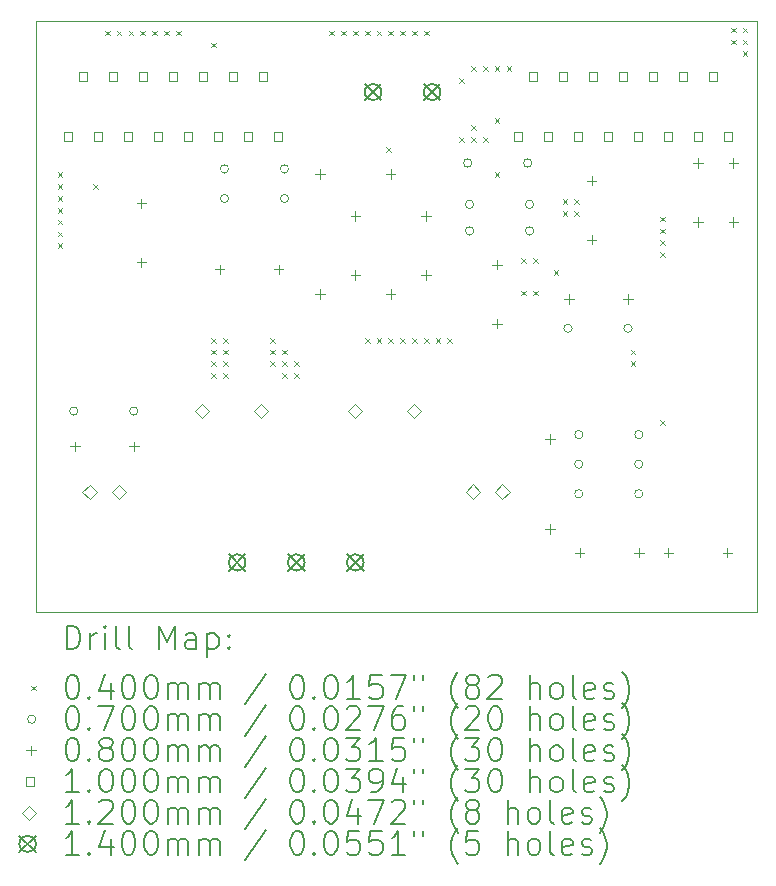
<source format=gbr>
%TF.GenerationSoftware,KiCad,Pcbnew,8.0.1*%
%TF.CreationDate,2024-03-26T18:20:10+01:00*%
%TF.ProjectId,TDA7294V,54444137-3239-4345-962e-6b696361645f,rev?*%
%TF.SameCoordinates,Original*%
%TF.FileFunction,Drillmap*%
%TF.FilePolarity,Positive*%
%FSLAX45Y45*%
G04 Gerber Fmt 4.5, Leading zero omitted, Abs format (unit mm)*
G04 Created by KiCad (PCBNEW 8.0.1) date 2024-03-26 18:20:10*
%MOMM*%
%LPD*%
G01*
G04 APERTURE LIST*
%ADD10C,0.100000*%
%ADD11C,0.200000*%
%ADD12C,0.120000*%
%ADD13C,0.140000*%
G04 APERTURE END LIST*
D10*
X17900000Y-8800000D02*
X17900000Y-3800000D01*
X11800000Y-3800000D02*
X11800000Y-8800000D01*
X17900000Y-3800000D02*
X11800000Y-3800000D01*
X11800000Y-8800000D02*
X17900000Y-8800000D01*
D11*
D10*
X11980000Y-5080000D02*
X12020000Y-5120000D01*
X12020000Y-5080000D02*
X11980000Y-5120000D01*
X11980000Y-5180000D02*
X12020000Y-5220000D01*
X12020000Y-5180000D02*
X11980000Y-5220000D01*
X11980000Y-5280000D02*
X12020000Y-5320000D01*
X12020000Y-5280000D02*
X11980000Y-5320000D01*
X11980000Y-5380000D02*
X12020000Y-5420000D01*
X12020000Y-5380000D02*
X11980000Y-5420000D01*
X11980000Y-5480000D02*
X12020000Y-5520000D01*
X12020000Y-5480000D02*
X11980000Y-5520000D01*
X11980000Y-5580000D02*
X12020000Y-5620000D01*
X12020000Y-5580000D02*
X11980000Y-5620000D01*
X11980000Y-5680000D02*
X12020000Y-5720000D01*
X12020000Y-5680000D02*
X11980000Y-5720000D01*
X12280000Y-5180000D02*
X12320000Y-5220000D01*
X12320000Y-5180000D02*
X12280000Y-5220000D01*
X12380000Y-3880000D02*
X12420000Y-3920000D01*
X12420000Y-3880000D02*
X12380000Y-3920000D01*
X12480000Y-3880000D02*
X12520000Y-3920000D01*
X12520000Y-3880000D02*
X12480000Y-3920000D01*
X12580000Y-3880000D02*
X12620000Y-3920000D01*
X12620000Y-3880000D02*
X12580000Y-3920000D01*
X12680000Y-3880000D02*
X12720000Y-3920000D01*
X12720000Y-3880000D02*
X12680000Y-3920000D01*
X12780000Y-3880000D02*
X12820000Y-3920000D01*
X12820000Y-3880000D02*
X12780000Y-3920000D01*
X12880000Y-3880000D02*
X12920000Y-3920000D01*
X12920000Y-3880000D02*
X12880000Y-3920000D01*
X12980000Y-3880000D02*
X13020000Y-3920000D01*
X13020000Y-3880000D02*
X12980000Y-3920000D01*
X13280000Y-3980000D02*
X13320000Y-4020000D01*
X13320000Y-3980000D02*
X13280000Y-4020000D01*
X13280000Y-6480000D02*
X13320000Y-6520000D01*
X13320000Y-6480000D02*
X13280000Y-6520000D01*
X13280000Y-6580000D02*
X13320000Y-6620000D01*
X13320000Y-6580000D02*
X13280000Y-6620000D01*
X13280000Y-6680000D02*
X13320000Y-6720000D01*
X13320000Y-6680000D02*
X13280000Y-6720000D01*
X13280000Y-6780000D02*
X13320000Y-6820000D01*
X13320000Y-6780000D02*
X13280000Y-6820000D01*
X13380000Y-6480000D02*
X13420000Y-6520000D01*
X13420000Y-6480000D02*
X13380000Y-6520000D01*
X13380000Y-6580000D02*
X13420000Y-6620000D01*
X13420000Y-6580000D02*
X13380000Y-6620000D01*
X13380000Y-6680000D02*
X13420000Y-6720000D01*
X13420000Y-6680000D02*
X13380000Y-6720000D01*
X13380000Y-6780000D02*
X13420000Y-6820000D01*
X13420000Y-6780000D02*
X13380000Y-6820000D01*
X13780000Y-6480000D02*
X13820000Y-6520000D01*
X13820000Y-6480000D02*
X13780000Y-6520000D01*
X13780000Y-6580000D02*
X13820000Y-6620000D01*
X13820000Y-6580000D02*
X13780000Y-6620000D01*
X13780000Y-6680000D02*
X13820000Y-6720000D01*
X13820000Y-6680000D02*
X13780000Y-6720000D01*
X13880000Y-6580000D02*
X13920000Y-6620000D01*
X13920000Y-6580000D02*
X13880000Y-6620000D01*
X13880000Y-6680000D02*
X13920000Y-6720000D01*
X13920000Y-6680000D02*
X13880000Y-6720000D01*
X13880000Y-6780000D02*
X13920000Y-6820000D01*
X13920000Y-6780000D02*
X13880000Y-6820000D01*
X13980000Y-6680000D02*
X14020000Y-6720000D01*
X14020000Y-6680000D02*
X13980000Y-6720000D01*
X13980000Y-6780000D02*
X14020000Y-6820000D01*
X14020000Y-6780000D02*
X13980000Y-6820000D01*
X14280000Y-3880000D02*
X14320000Y-3920000D01*
X14320000Y-3880000D02*
X14280000Y-3920000D01*
X14380000Y-3880000D02*
X14420000Y-3920000D01*
X14420000Y-3880000D02*
X14380000Y-3920000D01*
X14480000Y-3880000D02*
X14520000Y-3920000D01*
X14520000Y-3880000D02*
X14480000Y-3920000D01*
X14580000Y-3880000D02*
X14620000Y-3920000D01*
X14620000Y-3880000D02*
X14580000Y-3920000D01*
X14580000Y-6480000D02*
X14620000Y-6520000D01*
X14620000Y-6480000D02*
X14580000Y-6520000D01*
X14680000Y-3880000D02*
X14720000Y-3920000D01*
X14720000Y-3880000D02*
X14680000Y-3920000D01*
X14680000Y-6480000D02*
X14720000Y-6520000D01*
X14720000Y-6480000D02*
X14680000Y-6520000D01*
X14762898Y-4862898D02*
X14802898Y-4902898D01*
X14802898Y-4862898D02*
X14762898Y-4902898D01*
X14780000Y-3880000D02*
X14820000Y-3920000D01*
X14820000Y-3880000D02*
X14780000Y-3920000D01*
X14780000Y-6480000D02*
X14820000Y-6520000D01*
X14820000Y-6480000D02*
X14780000Y-6520000D01*
X14880000Y-3880000D02*
X14920000Y-3920000D01*
X14920000Y-3880000D02*
X14880000Y-3920000D01*
X14880000Y-6480000D02*
X14920000Y-6520000D01*
X14920000Y-6480000D02*
X14880000Y-6520000D01*
X14980000Y-3880000D02*
X15020000Y-3920000D01*
X15020000Y-3880000D02*
X14980000Y-3920000D01*
X14980000Y-6480000D02*
X15020000Y-6520000D01*
X15020000Y-6480000D02*
X14980000Y-6520000D01*
X15080000Y-3880000D02*
X15120000Y-3920000D01*
X15120000Y-3880000D02*
X15080000Y-3920000D01*
X15080000Y-6480000D02*
X15120000Y-6520000D01*
X15120000Y-6480000D02*
X15080000Y-6520000D01*
X15180000Y-6480000D02*
X15220000Y-6520000D01*
X15220000Y-6480000D02*
X15180000Y-6520000D01*
X15280000Y-6480000D02*
X15320000Y-6520000D01*
X15320000Y-6480000D02*
X15280000Y-6520000D01*
X15380000Y-4280000D02*
X15420000Y-4320000D01*
X15420000Y-4280000D02*
X15380000Y-4320000D01*
X15380000Y-4780000D02*
X15420000Y-4820000D01*
X15420000Y-4780000D02*
X15380000Y-4820000D01*
X15480000Y-4180000D02*
X15520000Y-4220000D01*
X15520000Y-4180000D02*
X15480000Y-4220000D01*
X15480000Y-4680000D02*
X15520000Y-4720000D01*
X15520000Y-4680000D02*
X15480000Y-4720000D01*
X15480000Y-4780000D02*
X15520000Y-4820000D01*
X15520000Y-4780000D02*
X15480000Y-4820000D01*
X15580000Y-4180000D02*
X15620000Y-4220000D01*
X15620000Y-4180000D02*
X15580000Y-4220000D01*
X15580000Y-4780000D02*
X15620000Y-4820000D01*
X15620000Y-4780000D02*
X15580000Y-4820000D01*
X15680000Y-4180000D02*
X15720000Y-4220000D01*
X15720000Y-4180000D02*
X15680000Y-4220000D01*
X15680000Y-4617150D02*
X15720000Y-4657150D01*
X15720000Y-4617150D02*
X15680000Y-4657150D01*
X15680000Y-5080000D02*
X15720000Y-5120000D01*
X15720000Y-5080000D02*
X15680000Y-5120000D01*
X15780000Y-4180000D02*
X15820000Y-4220000D01*
X15820000Y-4180000D02*
X15780000Y-4220000D01*
X15905000Y-5805000D02*
X15945000Y-5845000D01*
X15945000Y-5805000D02*
X15905000Y-5845000D01*
X15905000Y-6080000D02*
X15945000Y-6120000D01*
X15945000Y-6080000D02*
X15905000Y-6120000D01*
X16005000Y-5805000D02*
X16045000Y-5845000D01*
X16045000Y-5805000D02*
X16005000Y-5845000D01*
X16005000Y-6080000D02*
X16045000Y-6120000D01*
X16045000Y-6080000D02*
X16005000Y-6120000D01*
X16180000Y-5905000D02*
X16220000Y-5945000D01*
X16220000Y-5905000D02*
X16180000Y-5945000D01*
X16255000Y-5305000D02*
X16295000Y-5345000D01*
X16295000Y-5305000D02*
X16255000Y-5345000D01*
X16255000Y-5405000D02*
X16295000Y-5445000D01*
X16295000Y-5405000D02*
X16255000Y-5445000D01*
X16355000Y-5305000D02*
X16395000Y-5345000D01*
X16395000Y-5305000D02*
X16355000Y-5345000D01*
X16355000Y-5405000D02*
X16395000Y-5445000D01*
X16395000Y-5405000D02*
X16355000Y-5445000D01*
X16830000Y-6580000D02*
X16870000Y-6620000D01*
X16870000Y-6580000D02*
X16830000Y-6620000D01*
X16830000Y-6680000D02*
X16870000Y-6720000D01*
X16870000Y-6680000D02*
X16830000Y-6720000D01*
X17080000Y-5455000D02*
X17120000Y-5495000D01*
X17120000Y-5455000D02*
X17080000Y-5495000D01*
X17080000Y-5555000D02*
X17120000Y-5595000D01*
X17120000Y-5555000D02*
X17080000Y-5595000D01*
X17080000Y-5655000D02*
X17120000Y-5695000D01*
X17120000Y-5655000D02*
X17080000Y-5695000D01*
X17080000Y-5755000D02*
X17120000Y-5795000D01*
X17120000Y-5755000D02*
X17080000Y-5795000D01*
X17080000Y-7180000D02*
X17120000Y-7220000D01*
X17120000Y-7180000D02*
X17080000Y-7220000D01*
X17680000Y-3855000D02*
X17720000Y-3895000D01*
X17720000Y-3855000D02*
X17680000Y-3895000D01*
X17680000Y-3955000D02*
X17720000Y-3995000D01*
X17720000Y-3955000D02*
X17680000Y-3995000D01*
X17780000Y-3855000D02*
X17820000Y-3895000D01*
X17820000Y-3855000D02*
X17780000Y-3895000D01*
X17780000Y-3955000D02*
X17820000Y-3995000D01*
X17820000Y-3955000D02*
X17780000Y-3995000D01*
X17780000Y-4055000D02*
X17820000Y-4095000D01*
X17820000Y-4055000D02*
X17780000Y-4095000D01*
X12152000Y-7100000D02*
G75*
G02*
X12082000Y-7100000I-35000J0D01*
G01*
X12082000Y-7100000D02*
G75*
G02*
X12152000Y-7100000I35000J0D01*
G01*
X12660000Y-7100000D02*
G75*
G02*
X12590000Y-7100000I-35000J0D01*
G01*
X12590000Y-7100000D02*
G75*
G02*
X12660000Y-7100000I35000J0D01*
G01*
X13427000Y-5050000D02*
G75*
G02*
X13357000Y-5050000I-35000J0D01*
G01*
X13357000Y-5050000D02*
G75*
G02*
X13427000Y-5050000I35000J0D01*
G01*
X13427000Y-5300000D02*
G75*
G02*
X13357000Y-5300000I-35000J0D01*
G01*
X13357000Y-5300000D02*
G75*
G02*
X13427000Y-5300000I35000J0D01*
G01*
X13935000Y-5050000D02*
G75*
G02*
X13865000Y-5050000I-35000J0D01*
G01*
X13865000Y-5050000D02*
G75*
G02*
X13935000Y-5050000I35000J0D01*
G01*
X13935000Y-5300000D02*
G75*
G02*
X13865000Y-5300000I-35000J0D01*
G01*
X13865000Y-5300000D02*
G75*
G02*
X13935000Y-5300000I35000J0D01*
G01*
X15485000Y-5000000D02*
G75*
G02*
X15415000Y-5000000I-35000J0D01*
G01*
X15415000Y-5000000D02*
G75*
G02*
X15485000Y-5000000I35000J0D01*
G01*
X15502000Y-5350000D02*
G75*
G02*
X15432000Y-5350000I-35000J0D01*
G01*
X15432000Y-5350000D02*
G75*
G02*
X15502000Y-5350000I35000J0D01*
G01*
X15502000Y-5575000D02*
G75*
G02*
X15432000Y-5575000I-35000J0D01*
G01*
X15432000Y-5575000D02*
G75*
G02*
X15502000Y-5575000I35000J0D01*
G01*
X15993000Y-5000000D02*
G75*
G02*
X15923000Y-5000000I-35000J0D01*
G01*
X15923000Y-5000000D02*
G75*
G02*
X15993000Y-5000000I35000J0D01*
G01*
X16010000Y-5350000D02*
G75*
G02*
X15940000Y-5350000I-35000J0D01*
G01*
X15940000Y-5350000D02*
G75*
G02*
X16010000Y-5350000I35000J0D01*
G01*
X16010000Y-5575000D02*
G75*
G02*
X15940000Y-5575000I-35000J0D01*
G01*
X15940000Y-5575000D02*
G75*
G02*
X16010000Y-5575000I35000J0D01*
G01*
X16335000Y-6400000D02*
G75*
G02*
X16265000Y-6400000I-35000J0D01*
G01*
X16265000Y-6400000D02*
G75*
G02*
X16335000Y-6400000I35000J0D01*
G01*
X16427000Y-7300000D02*
G75*
G02*
X16357000Y-7300000I-35000J0D01*
G01*
X16357000Y-7300000D02*
G75*
G02*
X16427000Y-7300000I35000J0D01*
G01*
X16427000Y-7550000D02*
G75*
G02*
X16357000Y-7550000I-35000J0D01*
G01*
X16357000Y-7550000D02*
G75*
G02*
X16427000Y-7550000I35000J0D01*
G01*
X16427000Y-7800000D02*
G75*
G02*
X16357000Y-7800000I-35000J0D01*
G01*
X16357000Y-7800000D02*
G75*
G02*
X16427000Y-7800000I35000J0D01*
G01*
X16843000Y-6400000D02*
G75*
G02*
X16773000Y-6400000I-35000J0D01*
G01*
X16773000Y-6400000D02*
G75*
G02*
X16843000Y-6400000I35000J0D01*
G01*
X16935000Y-7300000D02*
G75*
G02*
X16865000Y-7300000I-35000J0D01*
G01*
X16865000Y-7300000D02*
G75*
G02*
X16935000Y-7300000I35000J0D01*
G01*
X16935000Y-7550000D02*
G75*
G02*
X16865000Y-7550000I-35000J0D01*
G01*
X16865000Y-7550000D02*
G75*
G02*
X16935000Y-7550000I35000J0D01*
G01*
X16935000Y-7800000D02*
G75*
G02*
X16865000Y-7800000I-35000J0D01*
G01*
X16865000Y-7800000D02*
G75*
G02*
X16935000Y-7800000I35000J0D01*
G01*
X12125000Y-7360000D02*
X12125000Y-7440000D01*
X12085000Y-7400000D02*
X12165000Y-7400000D01*
X12625000Y-7360000D02*
X12625000Y-7440000D01*
X12585000Y-7400000D02*
X12665000Y-7400000D01*
X12688335Y-5302000D02*
X12688335Y-5382000D01*
X12648335Y-5342000D02*
X12728335Y-5342000D01*
X12688335Y-5802000D02*
X12688335Y-5882000D01*
X12648335Y-5842000D02*
X12728335Y-5842000D01*
X13350000Y-5860000D02*
X13350000Y-5940000D01*
X13310000Y-5900000D02*
X13390000Y-5900000D01*
X13850000Y-5860000D02*
X13850000Y-5940000D01*
X13810000Y-5900000D02*
X13890000Y-5900000D01*
X14200000Y-5052000D02*
X14200000Y-5132000D01*
X14160000Y-5092000D02*
X14240000Y-5092000D01*
X14200000Y-6068000D02*
X14200000Y-6148000D01*
X14160000Y-6108000D02*
X14240000Y-6108000D01*
X14500000Y-5410000D02*
X14500000Y-5490000D01*
X14460000Y-5450000D02*
X14540000Y-5450000D01*
X14500000Y-5910000D02*
X14500000Y-5990000D01*
X14460000Y-5950000D02*
X14540000Y-5950000D01*
X14800000Y-5052000D02*
X14800000Y-5132000D01*
X14760000Y-5092000D02*
X14840000Y-5092000D01*
X14800000Y-6068000D02*
X14800000Y-6148000D01*
X14760000Y-6108000D02*
X14840000Y-6108000D01*
X15100000Y-5410000D02*
X15100000Y-5490000D01*
X15060000Y-5450000D02*
X15140000Y-5450000D01*
X15100000Y-5910000D02*
X15100000Y-5990000D01*
X15060000Y-5950000D02*
X15140000Y-5950000D01*
X15700000Y-5819735D02*
X15700000Y-5899735D01*
X15660000Y-5859735D02*
X15740000Y-5859735D01*
X15700000Y-6319735D02*
X15700000Y-6399735D01*
X15660000Y-6359735D02*
X15740000Y-6359735D01*
X16150000Y-7298000D02*
X16150000Y-7378000D01*
X16110000Y-7338000D02*
X16190000Y-7338000D01*
X16150000Y-8060000D02*
X16150000Y-8140000D01*
X16110000Y-8100000D02*
X16190000Y-8100000D01*
X16308000Y-6110000D02*
X16308000Y-6190000D01*
X16268000Y-6150000D02*
X16348000Y-6150000D01*
X16400000Y-8260000D02*
X16400000Y-8340000D01*
X16360000Y-8300000D02*
X16440000Y-8300000D01*
X16500000Y-5110000D02*
X16500000Y-5190000D01*
X16460000Y-5150000D02*
X16540000Y-5150000D01*
X16500000Y-5610000D02*
X16500000Y-5690000D01*
X16460000Y-5650000D02*
X16540000Y-5650000D01*
X16808000Y-6110000D02*
X16808000Y-6190000D01*
X16768000Y-6150000D02*
X16848000Y-6150000D01*
X16900000Y-8260000D02*
X16900000Y-8340000D01*
X16860000Y-8300000D02*
X16940000Y-8300000D01*
X17150000Y-8260000D02*
X17150000Y-8340000D01*
X17110000Y-8300000D02*
X17190000Y-8300000D01*
X17400000Y-4960000D02*
X17400000Y-5040000D01*
X17360000Y-5000000D02*
X17440000Y-5000000D01*
X17400000Y-5460000D02*
X17400000Y-5540000D01*
X17360000Y-5500000D02*
X17440000Y-5500000D01*
X17650000Y-8260000D02*
X17650000Y-8340000D01*
X17610000Y-8300000D02*
X17690000Y-8300000D01*
X17700000Y-4960000D02*
X17700000Y-5040000D01*
X17660000Y-5000000D02*
X17740000Y-5000000D01*
X17700000Y-5460000D02*
X17700000Y-5540000D01*
X17660000Y-5500000D02*
X17740000Y-5500000D01*
X12100356Y-4810556D02*
X12100356Y-4739844D01*
X12029644Y-4739844D01*
X12029644Y-4810556D01*
X12100356Y-4810556D01*
X12227356Y-4302556D02*
X12227356Y-4231844D01*
X12156644Y-4231844D01*
X12156644Y-4302556D01*
X12227356Y-4302556D01*
X12354356Y-4810556D02*
X12354356Y-4739844D01*
X12283644Y-4739844D01*
X12283644Y-4810556D01*
X12354356Y-4810556D01*
X12481356Y-4302556D02*
X12481356Y-4231844D01*
X12410644Y-4231844D01*
X12410644Y-4302556D01*
X12481356Y-4302556D01*
X12608356Y-4810556D02*
X12608356Y-4739844D01*
X12537644Y-4739844D01*
X12537644Y-4810556D01*
X12608356Y-4810556D01*
X12735356Y-4302556D02*
X12735356Y-4231844D01*
X12664644Y-4231844D01*
X12664644Y-4302556D01*
X12735356Y-4302556D01*
X12862356Y-4810556D02*
X12862356Y-4739844D01*
X12791644Y-4739844D01*
X12791644Y-4810556D01*
X12862356Y-4810556D01*
X12989356Y-4302556D02*
X12989356Y-4231844D01*
X12918644Y-4231844D01*
X12918644Y-4302556D01*
X12989356Y-4302556D01*
X13116356Y-4810556D02*
X13116356Y-4739844D01*
X13045644Y-4739844D01*
X13045644Y-4810556D01*
X13116356Y-4810556D01*
X13243356Y-4302556D02*
X13243356Y-4231844D01*
X13172644Y-4231844D01*
X13172644Y-4302556D01*
X13243356Y-4302556D01*
X13370356Y-4810556D02*
X13370356Y-4739844D01*
X13299644Y-4739844D01*
X13299644Y-4810556D01*
X13370356Y-4810556D01*
X13497356Y-4302556D02*
X13497356Y-4231844D01*
X13426644Y-4231844D01*
X13426644Y-4302556D01*
X13497356Y-4302556D01*
X13624356Y-4810556D02*
X13624356Y-4739844D01*
X13553644Y-4739844D01*
X13553644Y-4810556D01*
X13624356Y-4810556D01*
X13751356Y-4302556D02*
X13751356Y-4231844D01*
X13680644Y-4231844D01*
X13680644Y-4302556D01*
X13751356Y-4302556D01*
X13878356Y-4810556D02*
X13878356Y-4739844D01*
X13807644Y-4739844D01*
X13807644Y-4810556D01*
X13878356Y-4810556D01*
X15910356Y-4810556D02*
X15910356Y-4739844D01*
X15839644Y-4739844D01*
X15839644Y-4810556D01*
X15910356Y-4810556D01*
X16037356Y-4302556D02*
X16037356Y-4231844D01*
X15966644Y-4231844D01*
X15966644Y-4302556D01*
X16037356Y-4302556D01*
X16164356Y-4810556D02*
X16164356Y-4739844D01*
X16093644Y-4739844D01*
X16093644Y-4810556D01*
X16164356Y-4810556D01*
X16291356Y-4302556D02*
X16291356Y-4231844D01*
X16220644Y-4231844D01*
X16220644Y-4302556D01*
X16291356Y-4302556D01*
X16418356Y-4810556D02*
X16418356Y-4739844D01*
X16347644Y-4739844D01*
X16347644Y-4810556D01*
X16418356Y-4810556D01*
X16545356Y-4302556D02*
X16545356Y-4231844D01*
X16474644Y-4231844D01*
X16474644Y-4302556D01*
X16545356Y-4302556D01*
X16672356Y-4810556D02*
X16672356Y-4739844D01*
X16601644Y-4739844D01*
X16601644Y-4810556D01*
X16672356Y-4810556D01*
X16799356Y-4302556D02*
X16799356Y-4231844D01*
X16728644Y-4231844D01*
X16728644Y-4302556D01*
X16799356Y-4302556D01*
X16926356Y-4810556D02*
X16926356Y-4739844D01*
X16855644Y-4739844D01*
X16855644Y-4810556D01*
X16926356Y-4810556D01*
X17053356Y-4302556D02*
X17053356Y-4231844D01*
X16982644Y-4231844D01*
X16982644Y-4302556D01*
X17053356Y-4302556D01*
X17180356Y-4810556D02*
X17180356Y-4739844D01*
X17109644Y-4739844D01*
X17109644Y-4810556D01*
X17180356Y-4810556D01*
X17307356Y-4302556D02*
X17307356Y-4231844D01*
X17236644Y-4231844D01*
X17236644Y-4302556D01*
X17307356Y-4302556D01*
X17434356Y-4810556D02*
X17434356Y-4739844D01*
X17363644Y-4739844D01*
X17363644Y-4810556D01*
X17434356Y-4810556D01*
X17561356Y-4302556D02*
X17561356Y-4231844D01*
X17490644Y-4231844D01*
X17490644Y-4302556D01*
X17561356Y-4302556D01*
X17688356Y-4810556D02*
X17688356Y-4739844D01*
X17617644Y-4739844D01*
X17617644Y-4810556D01*
X17688356Y-4810556D01*
D12*
X12250000Y-7846000D02*
X12310000Y-7786000D01*
X12250000Y-7726000D01*
X12190000Y-7786000D01*
X12250000Y-7846000D01*
X12500000Y-7846000D02*
X12560000Y-7786000D01*
X12500000Y-7726000D01*
X12440000Y-7786000D01*
X12500000Y-7846000D01*
X13200000Y-7160000D02*
X13260000Y-7100000D01*
X13200000Y-7040000D01*
X13140000Y-7100000D01*
X13200000Y-7160000D01*
X13700000Y-7160000D02*
X13760000Y-7100000D01*
X13700000Y-7040000D01*
X13640000Y-7100000D01*
X13700000Y-7160000D01*
X14500000Y-7160000D02*
X14560000Y-7100000D01*
X14500000Y-7040000D01*
X14440000Y-7100000D01*
X14500000Y-7160000D01*
X15000000Y-7160000D02*
X15060000Y-7100000D01*
X15000000Y-7040000D01*
X14940000Y-7100000D01*
X15000000Y-7160000D01*
X15496000Y-7842000D02*
X15556000Y-7782000D01*
X15496000Y-7722000D01*
X15436000Y-7782000D01*
X15496000Y-7842000D01*
X15746000Y-7842000D02*
X15806000Y-7782000D01*
X15746000Y-7722000D01*
X15686000Y-7782000D01*
X15746000Y-7842000D01*
D13*
X13430000Y-8312000D02*
X13570000Y-8452000D01*
X13570000Y-8312000D02*
X13430000Y-8452000D01*
X13570000Y-8382000D02*
G75*
G02*
X13430000Y-8382000I-70000J0D01*
G01*
X13430000Y-8382000D02*
G75*
G02*
X13570000Y-8382000I70000J0D01*
G01*
X13930000Y-8312000D02*
X14070000Y-8452000D01*
X14070000Y-8312000D02*
X13930000Y-8452000D01*
X14070000Y-8382000D02*
G75*
G02*
X13930000Y-8382000I-70000J0D01*
G01*
X13930000Y-8382000D02*
G75*
G02*
X14070000Y-8382000I70000J0D01*
G01*
X14430000Y-8312000D02*
X14570000Y-8452000D01*
X14570000Y-8312000D02*
X14430000Y-8452000D01*
X14570000Y-8382000D02*
G75*
G02*
X14430000Y-8382000I-70000J0D01*
G01*
X14430000Y-8382000D02*
G75*
G02*
X14570000Y-8382000I70000J0D01*
G01*
X14580000Y-4330000D02*
X14720000Y-4470000D01*
X14720000Y-4330000D02*
X14580000Y-4470000D01*
X14720000Y-4400000D02*
G75*
G02*
X14580000Y-4400000I-70000J0D01*
G01*
X14580000Y-4400000D02*
G75*
G02*
X14720000Y-4400000I70000J0D01*
G01*
X15080000Y-4330000D02*
X15220000Y-4470000D01*
X15220000Y-4330000D02*
X15080000Y-4470000D01*
X15220000Y-4400000D02*
G75*
G02*
X15080000Y-4400000I-70000J0D01*
G01*
X15080000Y-4400000D02*
G75*
G02*
X15220000Y-4400000I70000J0D01*
G01*
D11*
X12055777Y-9116484D02*
X12055777Y-8916484D01*
X12055777Y-8916484D02*
X12103396Y-8916484D01*
X12103396Y-8916484D02*
X12131967Y-8926008D01*
X12131967Y-8926008D02*
X12151015Y-8945055D01*
X12151015Y-8945055D02*
X12160539Y-8964103D01*
X12160539Y-8964103D02*
X12170062Y-9002198D01*
X12170062Y-9002198D02*
X12170062Y-9030770D01*
X12170062Y-9030770D02*
X12160539Y-9068865D01*
X12160539Y-9068865D02*
X12151015Y-9087912D01*
X12151015Y-9087912D02*
X12131967Y-9106960D01*
X12131967Y-9106960D02*
X12103396Y-9116484D01*
X12103396Y-9116484D02*
X12055777Y-9116484D01*
X12255777Y-9116484D02*
X12255777Y-8983150D01*
X12255777Y-9021246D02*
X12265301Y-9002198D01*
X12265301Y-9002198D02*
X12274824Y-8992674D01*
X12274824Y-8992674D02*
X12293872Y-8983150D01*
X12293872Y-8983150D02*
X12312920Y-8983150D01*
X12379586Y-9116484D02*
X12379586Y-8983150D01*
X12379586Y-8916484D02*
X12370062Y-8926008D01*
X12370062Y-8926008D02*
X12379586Y-8935531D01*
X12379586Y-8935531D02*
X12389110Y-8926008D01*
X12389110Y-8926008D02*
X12379586Y-8916484D01*
X12379586Y-8916484D02*
X12379586Y-8935531D01*
X12503396Y-9116484D02*
X12484348Y-9106960D01*
X12484348Y-9106960D02*
X12474824Y-9087912D01*
X12474824Y-9087912D02*
X12474824Y-8916484D01*
X12608158Y-9116484D02*
X12589110Y-9106960D01*
X12589110Y-9106960D02*
X12579586Y-9087912D01*
X12579586Y-9087912D02*
X12579586Y-8916484D01*
X12836729Y-9116484D02*
X12836729Y-8916484D01*
X12836729Y-8916484D02*
X12903396Y-9059341D01*
X12903396Y-9059341D02*
X12970062Y-8916484D01*
X12970062Y-8916484D02*
X12970062Y-9116484D01*
X13151015Y-9116484D02*
X13151015Y-9011722D01*
X13151015Y-9011722D02*
X13141491Y-8992674D01*
X13141491Y-8992674D02*
X13122443Y-8983150D01*
X13122443Y-8983150D02*
X13084348Y-8983150D01*
X13084348Y-8983150D02*
X13065301Y-8992674D01*
X13151015Y-9106960D02*
X13131967Y-9116484D01*
X13131967Y-9116484D02*
X13084348Y-9116484D01*
X13084348Y-9116484D02*
X13065301Y-9106960D01*
X13065301Y-9106960D02*
X13055777Y-9087912D01*
X13055777Y-9087912D02*
X13055777Y-9068865D01*
X13055777Y-9068865D02*
X13065301Y-9049817D01*
X13065301Y-9049817D02*
X13084348Y-9040293D01*
X13084348Y-9040293D02*
X13131967Y-9040293D01*
X13131967Y-9040293D02*
X13151015Y-9030770D01*
X13246253Y-8983150D02*
X13246253Y-9183150D01*
X13246253Y-8992674D02*
X13265301Y-8983150D01*
X13265301Y-8983150D02*
X13303396Y-8983150D01*
X13303396Y-8983150D02*
X13322443Y-8992674D01*
X13322443Y-8992674D02*
X13331967Y-9002198D01*
X13331967Y-9002198D02*
X13341491Y-9021246D01*
X13341491Y-9021246D02*
X13341491Y-9078389D01*
X13341491Y-9078389D02*
X13331967Y-9097436D01*
X13331967Y-9097436D02*
X13322443Y-9106960D01*
X13322443Y-9106960D02*
X13303396Y-9116484D01*
X13303396Y-9116484D02*
X13265301Y-9116484D01*
X13265301Y-9116484D02*
X13246253Y-9106960D01*
X13427205Y-9097436D02*
X13436729Y-9106960D01*
X13436729Y-9106960D02*
X13427205Y-9116484D01*
X13427205Y-9116484D02*
X13417682Y-9106960D01*
X13417682Y-9106960D02*
X13427205Y-9097436D01*
X13427205Y-9097436D02*
X13427205Y-9116484D01*
X13427205Y-8992674D02*
X13436729Y-9002198D01*
X13436729Y-9002198D02*
X13427205Y-9011722D01*
X13427205Y-9011722D02*
X13417682Y-9002198D01*
X13417682Y-9002198D02*
X13427205Y-8992674D01*
X13427205Y-8992674D02*
X13427205Y-9011722D01*
D10*
X11755000Y-9425000D02*
X11795000Y-9465000D01*
X11795000Y-9425000D02*
X11755000Y-9465000D01*
D11*
X12093872Y-9336484D02*
X12112920Y-9336484D01*
X12112920Y-9336484D02*
X12131967Y-9346008D01*
X12131967Y-9346008D02*
X12141491Y-9355531D01*
X12141491Y-9355531D02*
X12151015Y-9374579D01*
X12151015Y-9374579D02*
X12160539Y-9412674D01*
X12160539Y-9412674D02*
X12160539Y-9460293D01*
X12160539Y-9460293D02*
X12151015Y-9498389D01*
X12151015Y-9498389D02*
X12141491Y-9517436D01*
X12141491Y-9517436D02*
X12131967Y-9526960D01*
X12131967Y-9526960D02*
X12112920Y-9536484D01*
X12112920Y-9536484D02*
X12093872Y-9536484D01*
X12093872Y-9536484D02*
X12074824Y-9526960D01*
X12074824Y-9526960D02*
X12065301Y-9517436D01*
X12065301Y-9517436D02*
X12055777Y-9498389D01*
X12055777Y-9498389D02*
X12046253Y-9460293D01*
X12046253Y-9460293D02*
X12046253Y-9412674D01*
X12046253Y-9412674D02*
X12055777Y-9374579D01*
X12055777Y-9374579D02*
X12065301Y-9355531D01*
X12065301Y-9355531D02*
X12074824Y-9346008D01*
X12074824Y-9346008D02*
X12093872Y-9336484D01*
X12246253Y-9517436D02*
X12255777Y-9526960D01*
X12255777Y-9526960D02*
X12246253Y-9536484D01*
X12246253Y-9536484D02*
X12236729Y-9526960D01*
X12236729Y-9526960D02*
X12246253Y-9517436D01*
X12246253Y-9517436D02*
X12246253Y-9536484D01*
X12427205Y-9403150D02*
X12427205Y-9536484D01*
X12379586Y-9326960D02*
X12331967Y-9469817D01*
X12331967Y-9469817D02*
X12455777Y-9469817D01*
X12570062Y-9336484D02*
X12589110Y-9336484D01*
X12589110Y-9336484D02*
X12608158Y-9346008D01*
X12608158Y-9346008D02*
X12617682Y-9355531D01*
X12617682Y-9355531D02*
X12627205Y-9374579D01*
X12627205Y-9374579D02*
X12636729Y-9412674D01*
X12636729Y-9412674D02*
X12636729Y-9460293D01*
X12636729Y-9460293D02*
X12627205Y-9498389D01*
X12627205Y-9498389D02*
X12617682Y-9517436D01*
X12617682Y-9517436D02*
X12608158Y-9526960D01*
X12608158Y-9526960D02*
X12589110Y-9536484D01*
X12589110Y-9536484D02*
X12570062Y-9536484D01*
X12570062Y-9536484D02*
X12551015Y-9526960D01*
X12551015Y-9526960D02*
X12541491Y-9517436D01*
X12541491Y-9517436D02*
X12531967Y-9498389D01*
X12531967Y-9498389D02*
X12522443Y-9460293D01*
X12522443Y-9460293D02*
X12522443Y-9412674D01*
X12522443Y-9412674D02*
X12531967Y-9374579D01*
X12531967Y-9374579D02*
X12541491Y-9355531D01*
X12541491Y-9355531D02*
X12551015Y-9346008D01*
X12551015Y-9346008D02*
X12570062Y-9336484D01*
X12760539Y-9336484D02*
X12779586Y-9336484D01*
X12779586Y-9336484D02*
X12798634Y-9346008D01*
X12798634Y-9346008D02*
X12808158Y-9355531D01*
X12808158Y-9355531D02*
X12817682Y-9374579D01*
X12817682Y-9374579D02*
X12827205Y-9412674D01*
X12827205Y-9412674D02*
X12827205Y-9460293D01*
X12827205Y-9460293D02*
X12817682Y-9498389D01*
X12817682Y-9498389D02*
X12808158Y-9517436D01*
X12808158Y-9517436D02*
X12798634Y-9526960D01*
X12798634Y-9526960D02*
X12779586Y-9536484D01*
X12779586Y-9536484D02*
X12760539Y-9536484D01*
X12760539Y-9536484D02*
X12741491Y-9526960D01*
X12741491Y-9526960D02*
X12731967Y-9517436D01*
X12731967Y-9517436D02*
X12722443Y-9498389D01*
X12722443Y-9498389D02*
X12712920Y-9460293D01*
X12712920Y-9460293D02*
X12712920Y-9412674D01*
X12712920Y-9412674D02*
X12722443Y-9374579D01*
X12722443Y-9374579D02*
X12731967Y-9355531D01*
X12731967Y-9355531D02*
X12741491Y-9346008D01*
X12741491Y-9346008D02*
X12760539Y-9336484D01*
X12912920Y-9536484D02*
X12912920Y-9403150D01*
X12912920Y-9422198D02*
X12922443Y-9412674D01*
X12922443Y-9412674D02*
X12941491Y-9403150D01*
X12941491Y-9403150D02*
X12970063Y-9403150D01*
X12970063Y-9403150D02*
X12989110Y-9412674D01*
X12989110Y-9412674D02*
X12998634Y-9431722D01*
X12998634Y-9431722D02*
X12998634Y-9536484D01*
X12998634Y-9431722D02*
X13008158Y-9412674D01*
X13008158Y-9412674D02*
X13027205Y-9403150D01*
X13027205Y-9403150D02*
X13055777Y-9403150D01*
X13055777Y-9403150D02*
X13074824Y-9412674D01*
X13074824Y-9412674D02*
X13084348Y-9431722D01*
X13084348Y-9431722D02*
X13084348Y-9536484D01*
X13179586Y-9536484D02*
X13179586Y-9403150D01*
X13179586Y-9422198D02*
X13189110Y-9412674D01*
X13189110Y-9412674D02*
X13208158Y-9403150D01*
X13208158Y-9403150D02*
X13236729Y-9403150D01*
X13236729Y-9403150D02*
X13255777Y-9412674D01*
X13255777Y-9412674D02*
X13265301Y-9431722D01*
X13265301Y-9431722D02*
X13265301Y-9536484D01*
X13265301Y-9431722D02*
X13274824Y-9412674D01*
X13274824Y-9412674D02*
X13293872Y-9403150D01*
X13293872Y-9403150D02*
X13322443Y-9403150D01*
X13322443Y-9403150D02*
X13341491Y-9412674D01*
X13341491Y-9412674D02*
X13351015Y-9431722D01*
X13351015Y-9431722D02*
X13351015Y-9536484D01*
X13741491Y-9326960D02*
X13570063Y-9584103D01*
X13998634Y-9336484D02*
X14017682Y-9336484D01*
X14017682Y-9336484D02*
X14036729Y-9346008D01*
X14036729Y-9346008D02*
X14046253Y-9355531D01*
X14046253Y-9355531D02*
X14055777Y-9374579D01*
X14055777Y-9374579D02*
X14065301Y-9412674D01*
X14065301Y-9412674D02*
X14065301Y-9460293D01*
X14065301Y-9460293D02*
X14055777Y-9498389D01*
X14055777Y-9498389D02*
X14046253Y-9517436D01*
X14046253Y-9517436D02*
X14036729Y-9526960D01*
X14036729Y-9526960D02*
X14017682Y-9536484D01*
X14017682Y-9536484D02*
X13998634Y-9536484D01*
X13998634Y-9536484D02*
X13979586Y-9526960D01*
X13979586Y-9526960D02*
X13970063Y-9517436D01*
X13970063Y-9517436D02*
X13960539Y-9498389D01*
X13960539Y-9498389D02*
X13951015Y-9460293D01*
X13951015Y-9460293D02*
X13951015Y-9412674D01*
X13951015Y-9412674D02*
X13960539Y-9374579D01*
X13960539Y-9374579D02*
X13970063Y-9355531D01*
X13970063Y-9355531D02*
X13979586Y-9346008D01*
X13979586Y-9346008D02*
X13998634Y-9336484D01*
X14151015Y-9517436D02*
X14160539Y-9526960D01*
X14160539Y-9526960D02*
X14151015Y-9536484D01*
X14151015Y-9536484D02*
X14141491Y-9526960D01*
X14141491Y-9526960D02*
X14151015Y-9517436D01*
X14151015Y-9517436D02*
X14151015Y-9536484D01*
X14284348Y-9336484D02*
X14303396Y-9336484D01*
X14303396Y-9336484D02*
X14322444Y-9346008D01*
X14322444Y-9346008D02*
X14331967Y-9355531D01*
X14331967Y-9355531D02*
X14341491Y-9374579D01*
X14341491Y-9374579D02*
X14351015Y-9412674D01*
X14351015Y-9412674D02*
X14351015Y-9460293D01*
X14351015Y-9460293D02*
X14341491Y-9498389D01*
X14341491Y-9498389D02*
X14331967Y-9517436D01*
X14331967Y-9517436D02*
X14322444Y-9526960D01*
X14322444Y-9526960D02*
X14303396Y-9536484D01*
X14303396Y-9536484D02*
X14284348Y-9536484D01*
X14284348Y-9536484D02*
X14265301Y-9526960D01*
X14265301Y-9526960D02*
X14255777Y-9517436D01*
X14255777Y-9517436D02*
X14246253Y-9498389D01*
X14246253Y-9498389D02*
X14236729Y-9460293D01*
X14236729Y-9460293D02*
X14236729Y-9412674D01*
X14236729Y-9412674D02*
X14246253Y-9374579D01*
X14246253Y-9374579D02*
X14255777Y-9355531D01*
X14255777Y-9355531D02*
X14265301Y-9346008D01*
X14265301Y-9346008D02*
X14284348Y-9336484D01*
X14541491Y-9536484D02*
X14427206Y-9536484D01*
X14484348Y-9536484D02*
X14484348Y-9336484D01*
X14484348Y-9336484D02*
X14465301Y-9365055D01*
X14465301Y-9365055D02*
X14446253Y-9384103D01*
X14446253Y-9384103D02*
X14427206Y-9393627D01*
X14722444Y-9336484D02*
X14627206Y-9336484D01*
X14627206Y-9336484D02*
X14617682Y-9431722D01*
X14617682Y-9431722D02*
X14627206Y-9422198D01*
X14627206Y-9422198D02*
X14646253Y-9412674D01*
X14646253Y-9412674D02*
X14693872Y-9412674D01*
X14693872Y-9412674D02*
X14712920Y-9422198D01*
X14712920Y-9422198D02*
X14722444Y-9431722D01*
X14722444Y-9431722D02*
X14731967Y-9450770D01*
X14731967Y-9450770D02*
X14731967Y-9498389D01*
X14731967Y-9498389D02*
X14722444Y-9517436D01*
X14722444Y-9517436D02*
X14712920Y-9526960D01*
X14712920Y-9526960D02*
X14693872Y-9536484D01*
X14693872Y-9536484D02*
X14646253Y-9536484D01*
X14646253Y-9536484D02*
X14627206Y-9526960D01*
X14627206Y-9526960D02*
X14617682Y-9517436D01*
X14798634Y-9336484D02*
X14931967Y-9336484D01*
X14931967Y-9336484D02*
X14846253Y-9536484D01*
X14998634Y-9336484D02*
X14998634Y-9374579D01*
X15074825Y-9336484D02*
X15074825Y-9374579D01*
X15370063Y-9612674D02*
X15360539Y-9603150D01*
X15360539Y-9603150D02*
X15341491Y-9574579D01*
X15341491Y-9574579D02*
X15331968Y-9555531D01*
X15331968Y-9555531D02*
X15322444Y-9526960D01*
X15322444Y-9526960D02*
X15312920Y-9479341D01*
X15312920Y-9479341D02*
X15312920Y-9441246D01*
X15312920Y-9441246D02*
X15322444Y-9393627D01*
X15322444Y-9393627D02*
X15331968Y-9365055D01*
X15331968Y-9365055D02*
X15341491Y-9346008D01*
X15341491Y-9346008D02*
X15360539Y-9317436D01*
X15360539Y-9317436D02*
X15370063Y-9307912D01*
X15474825Y-9422198D02*
X15455777Y-9412674D01*
X15455777Y-9412674D02*
X15446253Y-9403150D01*
X15446253Y-9403150D02*
X15436729Y-9384103D01*
X15436729Y-9384103D02*
X15436729Y-9374579D01*
X15436729Y-9374579D02*
X15446253Y-9355531D01*
X15446253Y-9355531D02*
X15455777Y-9346008D01*
X15455777Y-9346008D02*
X15474825Y-9336484D01*
X15474825Y-9336484D02*
X15512920Y-9336484D01*
X15512920Y-9336484D02*
X15531968Y-9346008D01*
X15531968Y-9346008D02*
X15541491Y-9355531D01*
X15541491Y-9355531D02*
X15551015Y-9374579D01*
X15551015Y-9374579D02*
X15551015Y-9384103D01*
X15551015Y-9384103D02*
X15541491Y-9403150D01*
X15541491Y-9403150D02*
X15531968Y-9412674D01*
X15531968Y-9412674D02*
X15512920Y-9422198D01*
X15512920Y-9422198D02*
X15474825Y-9422198D01*
X15474825Y-9422198D02*
X15455777Y-9431722D01*
X15455777Y-9431722D02*
X15446253Y-9441246D01*
X15446253Y-9441246D02*
X15436729Y-9460293D01*
X15436729Y-9460293D02*
X15436729Y-9498389D01*
X15436729Y-9498389D02*
X15446253Y-9517436D01*
X15446253Y-9517436D02*
X15455777Y-9526960D01*
X15455777Y-9526960D02*
X15474825Y-9536484D01*
X15474825Y-9536484D02*
X15512920Y-9536484D01*
X15512920Y-9536484D02*
X15531968Y-9526960D01*
X15531968Y-9526960D02*
X15541491Y-9517436D01*
X15541491Y-9517436D02*
X15551015Y-9498389D01*
X15551015Y-9498389D02*
X15551015Y-9460293D01*
X15551015Y-9460293D02*
X15541491Y-9441246D01*
X15541491Y-9441246D02*
X15531968Y-9431722D01*
X15531968Y-9431722D02*
X15512920Y-9422198D01*
X15627206Y-9355531D02*
X15636729Y-9346008D01*
X15636729Y-9346008D02*
X15655777Y-9336484D01*
X15655777Y-9336484D02*
X15703396Y-9336484D01*
X15703396Y-9336484D02*
X15722444Y-9346008D01*
X15722444Y-9346008D02*
X15731968Y-9355531D01*
X15731968Y-9355531D02*
X15741491Y-9374579D01*
X15741491Y-9374579D02*
X15741491Y-9393627D01*
X15741491Y-9393627D02*
X15731968Y-9422198D01*
X15731968Y-9422198D02*
X15617682Y-9536484D01*
X15617682Y-9536484D02*
X15741491Y-9536484D01*
X15979587Y-9536484D02*
X15979587Y-9336484D01*
X16065301Y-9536484D02*
X16065301Y-9431722D01*
X16065301Y-9431722D02*
X16055777Y-9412674D01*
X16055777Y-9412674D02*
X16036730Y-9403150D01*
X16036730Y-9403150D02*
X16008158Y-9403150D01*
X16008158Y-9403150D02*
X15989110Y-9412674D01*
X15989110Y-9412674D02*
X15979587Y-9422198D01*
X16189110Y-9536484D02*
X16170063Y-9526960D01*
X16170063Y-9526960D02*
X16160539Y-9517436D01*
X16160539Y-9517436D02*
X16151015Y-9498389D01*
X16151015Y-9498389D02*
X16151015Y-9441246D01*
X16151015Y-9441246D02*
X16160539Y-9422198D01*
X16160539Y-9422198D02*
X16170063Y-9412674D01*
X16170063Y-9412674D02*
X16189110Y-9403150D01*
X16189110Y-9403150D02*
X16217682Y-9403150D01*
X16217682Y-9403150D02*
X16236730Y-9412674D01*
X16236730Y-9412674D02*
X16246253Y-9422198D01*
X16246253Y-9422198D02*
X16255777Y-9441246D01*
X16255777Y-9441246D02*
X16255777Y-9498389D01*
X16255777Y-9498389D02*
X16246253Y-9517436D01*
X16246253Y-9517436D02*
X16236730Y-9526960D01*
X16236730Y-9526960D02*
X16217682Y-9536484D01*
X16217682Y-9536484D02*
X16189110Y-9536484D01*
X16370063Y-9536484D02*
X16351015Y-9526960D01*
X16351015Y-9526960D02*
X16341491Y-9507912D01*
X16341491Y-9507912D02*
X16341491Y-9336484D01*
X16522444Y-9526960D02*
X16503396Y-9536484D01*
X16503396Y-9536484D02*
X16465301Y-9536484D01*
X16465301Y-9536484D02*
X16446253Y-9526960D01*
X16446253Y-9526960D02*
X16436730Y-9507912D01*
X16436730Y-9507912D02*
X16436730Y-9431722D01*
X16436730Y-9431722D02*
X16446253Y-9412674D01*
X16446253Y-9412674D02*
X16465301Y-9403150D01*
X16465301Y-9403150D02*
X16503396Y-9403150D01*
X16503396Y-9403150D02*
X16522444Y-9412674D01*
X16522444Y-9412674D02*
X16531968Y-9431722D01*
X16531968Y-9431722D02*
X16531968Y-9450770D01*
X16531968Y-9450770D02*
X16436730Y-9469817D01*
X16608158Y-9526960D02*
X16627206Y-9536484D01*
X16627206Y-9536484D02*
X16665301Y-9536484D01*
X16665301Y-9536484D02*
X16684349Y-9526960D01*
X16684349Y-9526960D02*
X16693872Y-9507912D01*
X16693872Y-9507912D02*
X16693872Y-9498389D01*
X16693872Y-9498389D02*
X16684349Y-9479341D01*
X16684349Y-9479341D02*
X16665301Y-9469817D01*
X16665301Y-9469817D02*
X16636730Y-9469817D01*
X16636730Y-9469817D02*
X16617682Y-9460293D01*
X16617682Y-9460293D02*
X16608158Y-9441246D01*
X16608158Y-9441246D02*
X16608158Y-9431722D01*
X16608158Y-9431722D02*
X16617682Y-9412674D01*
X16617682Y-9412674D02*
X16636730Y-9403150D01*
X16636730Y-9403150D02*
X16665301Y-9403150D01*
X16665301Y-9403150D02*
X16684349Y-9412674D01*
X16760539Y-9612674D02*
X16770063Y-9603150D01*
X16770063Y-9603150D02*
X16789111Y-9574579D01*
X16789111Y-9574579D02*
X16798634Y-9555531D01*
X16798634Y-9555531D02*
X16808158Y-9526960D01*
X16808158Y-9526960D02*
X16817682Y-9479341D01*
X16817682Y-9479341D02*
X16817682Y-9441246D01*
X16817682Y-9441246D02*
X16808158Y-9393627D01*
X16808158Y-9393627D02*
X16798634Y-9365055D01*
X16798634Y-9365055D02*
X16789111Y-9346008D01*
X16789111Y-9346008D02*
X16770063Y-9317436D01*
X16770063Y-9317436D02*
X16760539Y-9307912D01*
D10*
X11795000Y-9709000D02*
G75*
G02*
X11725000Y-9709000I-35000J0D01*
G01*
X11725000Y-9709000D02*
G75*
G02*
X11795000Y-9709000I35000J0D01*
G01*
D11*
X12093872Y-9600484D02*
X12112920Y-9600484D01*
X12112920Y-9600484D02*
X12131967Y-9610008D01*
X12131967Y-9610008D02*
X12141491Y-9619531D01*
X12141491Y-9619531D02*
X12151015Y-9638579D01*
X12151015Y-9638579D02*
X12160539Y-9676674D01*
X12160539Y-9676674D02*
X12160539Y-9724293D01*
X12160539Y-9724293D02*
X12151015Y-9762389D01*
X12151015Y-9762389D02*
X12141491Y-9781436D01*
X12141491Y-9781436D02*
X12131967Y-9790960D01*
X12131967Y-9790960D02*
X12112920Y-9800484D01*
X12112920Y-9800484D02*
X12093872Y-9800484D01*
X12093872Y-9800484D02*
X12074824Y-9790960D01*
X12074824Y-9790960D02*
X12065301Y-9781436D01*
X12065301Y-9781436D02*
X12055777Y-9762389D01*
X12055777Y-9762389D02*
X12046253Y-9724293D01*
X12046253Y-9724293D02*
X12046253Y-9676674D01*
X12046253Y-9676674D02*
X12055777Y-9638579D01*
X12055777Y-9638579D02*
X12065301Y-9619531D01*
X12065301Y-9619531D02*
X12074824Y-9610008D01*
X12074824Y-9610008D02*
X12093872Y-9600484D01*
X12246253Y-9781436D02*
X12255777Y-9790960D01*
X12255777Y-9790960D02*
X12246253Y-9800484D01*
X12246253Y-9800484D02*
X12236729Y-9790960D01*
X12236729Y-9790960D02*
X12246253Y-9781436D01*
X12246253Y-9781436D02*
X12246253Y-9800484D01*
X12322443Y-9600484D02*
X12455777Y-9600484D01*
X12455777Y-9600484D02*
X12370062Y-9800484D01*
X12570062Y-9600484D02*
X12589110Y-9600484D01*
X12589110Y-9600484D02*
X12608158Y-9610008D01*
X12608158Y-9610008D02*
X12617682Y-9619531D01*
X12617682Y-9619531D02*
X12627205Y-9638579D01*
X12627205Y-9638579D02*
X12636729Y-9676674D01*
X12636729Y-9676674D02*
X12636729Y-9724293D01*
X12636729Y-9724293D02*
X12627205Y-9762389D01*
X12627205Y-9762389D02*
X12617682Y-9781436D01*
X12617682Y-9781436D02*
X12608158Y-9790960D01*
X12608158Y-9790960D02*
X12589110Y-9800484D01*
X12589110Y-9800484D02*
X12570062Y-9800484D01*
X12570062Y-9800484D02*
X12551015Y-9790960D01*
X12551015Y-9790960D02*
X12541491Y-9781436D01*
X12541491Y-9781436D02*
X12531967Y-9762389D01*
X12531967Y-9762389D02*
X12522443Y-9724293D01*
X12522443Y-9724293D02*
X12522443Y-9676674D01*
X12522443Y-9676674D02*
X12531967Y-9638579D01*
X12531967Y-9638579D02*
X12541491Y-9619531D01*
X12541491Y-9619531D02*
X12551015Y-9610008D01*
X12551015Y-9610008D02*
X12570062Y-9600484D01*
X12760539Y-9600484D02*
X12779586Y-9600484D01*
X12779586Y-9600484D02*
X12798634Y-9610008D01*
X12798634Y-9610008D02*
X12808158Y-9619531D01*
X12808158Y-9619531D02*
X12817682Y-9638579D01*
X12817682Y-9638579D02*
X12827205Y-9676674D01*
X12827205Y-9676674D02*
X12827205Y-9724293D01*
X12827205Y-9724293D02*
X12817682Y-9762389D01*
X12817682Y-9762389D02*
X12808158Y-9781436D01*
X12808158Y-9781436D02*
X12798634Y-9790960D01*
X12798634Y-9790960D02*
X12779586Y-9800484D01*
X12779586Y-9800484D02*
X12760539Y-9800484D01*
X12760539Y-9800484D02*
X12741491Y-9790960D01*
X12741491Y-9790960D02*
X12731967Y-9781436D01*
X12731967Y-9781436D02*
X12722443Y-9762389D01*
X12722443Y-9762389D02*
X12712920Y-9724293D01*
X12712920Y-9724293D02*
X12712920Y-9676674D01*
X12712920Y-9676674D02*
X12722443Y-9638579D01*
X12722443Y-9638579D02*
X12731967Y-9619531D01*
X12731967Y-9619531D02*
X12741491Y-9610008D01*
X12741491Y-9610008D02*
X12760539Y-9600484D01*
X12912920Y-9800484D02*
X12912920Y-9667150D01*
X12912920Y-9686198D02*
X12922443Y-9676674D01*
X12922443Y-9676674D02*
X12941491Y-9667150D01*
X12941491Y-9667150D02*
X12970063Y-9667150D01*
X12970063Y-9667150D02*
X12989110Y-9676674D01*
X12989110Y-9676674D02*
X12998634Y-9695722D01*
X12998634Y-9695722D02*
X12998634Y-9800484D01*
X12998634Y-9695722D02*
X13008158Y-9676674D01*
X13008158Y-9676674D02*
X13027205Y-9667150D01*
X13027205Y-9667150D02*
X13055777Y-9667150D01*
X13055777Y-9667150D02*
X13074824Y-9676674D01*
X13074824Y-9676674D02*
X13084348Y-9695722D01*
X13084348Y-9695722D02*
X13084348Y-9800484D01*
X13179586Y-9800484D02*
X13179586Y-9667150D01*
X13179586Y-9686198D02*
X13189110Y-9676674D01*
X13189110Y-9676674D02*
X13208158Y-9667150D01*
X13208158Y-9667150D02*
X13236729Y-9667150D01*
X13236729Y-9667150D02*
X13255777Y-9676674D01*
X13255777Y-9676674D02*
X13265301Y-9695722D01*
X13265301Y-9695722D02*
X13265301Y-9800484D01*
X13265301Y-9695722D02*
X13274824Y-9676674D01*
X13274824Y-9676674D02*
X13293872Y-9667150D01*
X13293872Y-9667150D02*
X13322443Y-9667150D01*
X13322443Y-9667150D02*
X13341491Y-9676674D01*
X13341491Y-9676674D02*
X13351015Y-9695722D01*
X13351015Y-9695722D02*
X13351015Y-9800484D01*
X13741491Y-9590960D02*
X13570063Y-9848103D01*
X13998634Y-9600484D02*
X14017682Y-9600484D01*
X14017682Y-9600484D02*
X14036729Y-9610008D01*
X14036729Y-9610008D02*
X14046253Y-9619531D01*
X14046253Y-9619531D02*
X14055777Y-9638579D01*
X14055777Y-9638579D02*
X14065301Y-9676674D01*
X14065301Y-9676674D02*
X14065301Y-9724293D01*
X14065301Y-9724293D02*
X14055777Y-9762389D01*
X14055777Y-9762389D02*
X14046253Y-9781436D01*
X14046253Y-9781436D02*
X14036729Y-9790960D01*
X14036729Y-9790960D02*
X14017682Y-9800484D01*
X14017682Y-9800484D02*
X13998634Y-9800484D01*
X13998634Y-9800484D02*
X13979586Y-9790960D01*
X13979586Y-9790960D02*
X13970063Y-9781436D01*
X13970063Y-9781436D02*
X13960539Y-9762389D01*
X13960539Y-9762389D02*
X13951015Y-9724293D01*
X13951015Y-9724293D02*
X13951015Y-9676674D01*
X13951015Y-9676674D02*
X13960539Y-9638579D01*
X13960539Y-9638579D02*
X13970063Y-9619531D01*
X13970063Y-9619531D02*
X13979586Y-9610008D01*
X13979586Y-9610008D02*
X13998634Y-9600484D01*
X14151015Y-9781436D02*
X14160539Y-9790960D01*
X14160539Y-9790960D02*
X14151015Y-9800484D01*
X14151015Y-9800484D02*
X14141491Y-9790960D01*
X14141491Y-9790960D02*
X14151015Y-9781436D01*
X14151015Y-9781436D02*
X14151015Y-9800484D01*
X14284348Y-9600484D02*
X14303396Y-9600484D01*
X14303396Y-9600484D02*
X14322444Y-9610008D01*
X14322444Y-9610008D02*
X14331967Y-9619531D01*
X14331967Y-9619531D02*
X14341491Y-9638579D01*
X14341491Y-9638579D02*
X14351015Y-9676674D01*
X14351015Y-9676674D02*
X14351015Y-9724293D01*
X14351015Y-9724293D02*
X14341491Y-9762389D01*
X14341491Y-9762389D02*
X14331967Y-9781436D01*
X14331967Y-9781436D02*
X14322444Y-9790960D01*
X14322444Y-9790960D02*
X14303396Y-9800484D01*
X14303396Y-9800484D02*
X14284348Y-9800484D01*
X14284348Y-9800484D02*
X14265301Y-9790960D01*
X14265301Y-9790960D02*
X14255777Y-9781436D01*
X14255777Y-9781436D02*
X14246253Y-9762389D01*
X14246253Y-9762389D02*
X14236729Y-9724293D01*
X14236729Y-9724293D02*
X14236729Y-9676674D01*
X14236729Y-9676674D02*
X14246253Y-9638579D01*
X14246253Y-9638579D02*
X14255777Y-9619531D01*
X14255777Y-9619531D02*
X14265301Y-9610008D01*
X14265301Y-9610008D02*
X14284348Y-9600484D01*
X14427206Y-9619531D02*
X14436729Y-9610008D01*
X14436729Y-9610008D02*
X14455777Y-9600484D01*
X14455777Y-9600484D02*
X14503396Y-9600484D01*
X14503396Y-9600484D02*
X14522444Y-9610008D01*
X14522444Y-9610008D02*
X14531967Y-9619531D01*
X14531967Y-9619531D02*
X14541491Y-9638579D01*
X14541491Y-9638579D02*
X14541491Y-9657627D01*
X14541491Y-9657627D02*
X14531967Y-9686198D01*
X14531967Y-9686198D02*
X14417682Y-9800484D01*
X14417682Y-9800484D02*
X14541491Y-9800484D01*
X14608158Y-9600484D02*
X14741491Y-9600484D01*
X14741491Y-9600484D02*
X14655777Y-9800484D01*
X14903396Y-9600484D02*
X14865301Y-9600484D01*
X14865301Y-9600484D02*
X14846253Y-9610008D01*
X14846253Y-9610008D02*
X14836729Y-9619531D01*
X14836729Y-9619531D02*
X14817682Y-9648103D01*
X14817682Y-9648103D02*
X14808158Y-9686198D01*
X14808158Y-9686198D02*
X14808158Y-9762389D01*
X14808158Y-9762389D02*
X14817682Y-9781436D01*
X14817682Y-9781436D02*
X14827206Y-9790960D01*
X14827206Y-9790960D02*
X14846253Y-9800484D01*
X14846253Y-9800484D02*
X14884348Y-9800484D01*
X14884348Y-9800484D02*
X14903396Y-9790960D01*
X14903396Y-9790960D02*
X14912920Y-9781436D01*
X14912920Y-9781436D02*
X14922444Y-9762389D01*
X14922444Y-9762389D02*
X14922444Y-9714770D01*
X14922444Y-9714770D02*
X14912920Y-9695722D01*
X14912920Y-9695722D02*
X14903396Y-9686198D01*
X14903396Y-9686198D02*
X14884348Y-9676674D01*
X14884348Y-9676674D02*
X14846253Y-9676674D01*
X14846253Y-9676674D02*
X14827206Y-9686198D01*
X14827206Y-9686198D02*
X14817682Y-9695722D01*
X14817682Y-9695722D02*
X14808158Y-9714770D01*
X14998634Y-9600484D02*
X14998634Y-9638579D01*
X15074825Y-9600484D02*
X15074825Y-9638579D01*
X15370063Y-9876674D02*
X15360539Y-9867150D01*
X15360539Y-9867150D02*
X15341491Y-9838579D01*
X15341491Y-9838579D02*
X15331968Y-9819531D01*
X15331968Y-9819531D02*
X15322444Y-9790960D01*
X15322444Y-9790960D02*
X15312920Y-9743341D01*
X15312920Y-9743341D02*
X15312920Y-9705246D01*
X15312920Y-9705246D02*
X15322444Y-9657627D01*
X15322444Y-9657627D02*
X15331968Y-9629055D01*
X15331968Y-9629055D02*
X15341491Y-9610008D01*
X15341491Y-9610008D02*
X15360539Y-9581436D01*
X15360539Y-9581436D02*
X15370063Y-9571912D01*
X15436729Y-9619531D02*
X15446253Y-9610008D01*
X15446253Y-9610008D02*
X15465301Y-9600484D01*
X15465301Y-9600484D02*
X15512920Y-9600484D01*
X15512920Y-9600484D02*
X15531968Y-9610008D01*
X15531968Y-9610008D02*
X15541491Y-9619531D01*
X15541491Y-9619531D02*
X15551015Y-9638579D01*
X15551015Y-9638579D02*
X15551015Y-9657627D01*
X15551015Y-9657627D02*
X15541491Y-9686198D01*
X15541491Y-9686198D02*
X15427206Y-9800484D01*
X15427206Y-9800484D02*
X15551015Y-9800484D01*
X15674825Y-9600484D02*
X15693872Y-9600484D01*
X15693872Y-9600484D02*
X15712920Y-9610008D01*
X15712920Y-9610008D02*
X15722444Y-9619531D01*
X15722444Y-9619531D02*
X15731968Y-9638579D01*
X15731968Y-9638579D02*
X15741491Y-9676674D01*
X15741491Y-9676674D02*
X15741491Y-9724293D01*
X15741491Y-9724293D02*
X15731968Y-9762389D01*
X15731968Y-9762389D02*
X15722444Y-9781436D01*
X15722444Y-9781436D02*
X15712920Y-9790960D01*
X15712920Y-9790960D02*
X15693872Y-9800484D01*
X15693872Y-9800484D02*
X15674825Y-9800484D01*
X15674825Y-9800484D02*
X15655777Y-9790960D01*
X15655777Y-9790960D02*
X15646253Y-9781436D01*
X15646253Y-9781436D02*
X15636729Y-9762389D01*
X15636729Y-9762389D02*
X15627206Y-9724293D01*
X15627206Y-9724293D02*
X15627206Y-9676674D01*
X15627206Y-9676674D02*
X15636729Y-9638579D01*
X15636729Y-9638579D02*
X15646253Y-9619531D01*
X15646253Y-9619531D02*
X15655777Y-9610008D01*
X15655777Y-9610008D02*
X15674825Y-9600484D01*
X15979587Y-9800484D02*
X15979587Y-9600484D01*
X16065301Y-9800484D02*
X16065301Y-9695722D01*
X16065301Y-9695722D02*
X16055777Y-9676674D01*
X16055777Y-9676674D02*
X16036730Y-9667150D01*
X16036730Y-9667150D02*
X16008158Y-9667150D01*
X16008158Y-9667150D02*
X15989110Y-9676674D01*
X15989110Y-9676674D02*
X15979587Y-9686198D01*
X16189110Y-9800484D02*
X16170063Y-9790960D01*
X16170063Y-9790960D02*
X16160539Y-9781436D01*
X16160539Y-9781436D02*
X16151015Y-9762389D01*
X16151015Y-9762389D02*
X16151015Y-9705246D01*
X16151015Y-9705246D02*
X16160539Y-9686198D01*
X16160539Y-9686198D02*
X16170063Y-9676674D01*
X16170063Y-9676674D02*
X16189110Y-9667150D01*
X16189110Y-9667150D02*
X16217682Y-9667150D01*
X16217682Y-9667150D02*
X16236730Y-9676674D01*
X16236730Y-9676674D02*
X16246253Y-9686198D01*
X16246253Y-9686198D02*
X16255777Y-9705246D01*
X16255777Y-9705246D02*
X16255777Y-9762389D01*
X16255777Y-9762389D02*
X16246253Y-9781436D01*
X16246253Y-9781436D02*
X16236730Y-9790960D01*
X16236730Y-9790960D02*
X16217682Y-9800484D01*
X16217682Y-9800484D02*
X16189110Y-9800484D01*
X16370063Y-9800484D02*
X16351015Y-9790960D01*
X16351015Y-9790960D02*
X16341491Y-9771912D01*
X16341491Y-9771912D02*
X16341491Y-9600484D01*
X16522444Y-9790960D02*
X16503396Y-9800484D01*
X16503396Y-9800484D02*
X16465301Y-9800484D01*
X16465301Y-9800484D02*
X16446253Y-9790960D01*
X16446253Y-9790960D02*
X16436730Y-9771912D01*
X16436730Y-9771912D02*
X16436730Y-9695722D01*
X16436730Y-9695722D02*
X16446253Y-9676674D01*
X16446253Y-9676674D02*
X16465301Y-9667150D01*
X16465301Y-9667150D02*
X16503396Y-9667150D01*
X16503396Y-9667150D02*
X16522444Y-9676674D01*
X16522444Y-9676674D02*
X16531968Y-9695722D01*
X16531968Y-9695722D02*
X16531968Y-9714770D01*
X16531968Y-9714770D02*
X16436730Y-9733817D01*
X16608158Y-9790960D02*
X16627206Y-9800484D01*
X16627206Y-9800484D02*
X16665301Y-9800484D01*
X16665301Y-9800484D02*
X16684349Y-9790960D01*
X16684349Y-9790960D02*
X16693872Y-9771912D01*
X16693872Y-9771912D02*
X16693872Y-9762389D01*
X16693872Y-9762389D02*
X16684349Y-9743341D01*
X16684349Y-9743341D02*
X16665301Y-9733817D01*
X16665301Y-9733817D02*
X16636730Y-9733817D01*
X16636730Y-9733817D02*
X16617682Y-9724293D01*
X16617682Y-9724293D02*
X16608158Y-9705246D01*
X16608158Y-9705246D02*
X16608158Y-9695722D01*
X16608158Y-9695722D02*
X16617682Y-9676674D01*
X16617682Y-9676674D02*
X16636730Y-9667150D01*
X16636730Y-9667150D02*
X16665301Y-9667150D01*
X16665301Y-9667150D02*
X16684349Y-9676674D01*
X16760539Y-9876674D02*
X16770063Y-9867150D01*
X16770063Y-9867150D02*
X16789111Y-9838579D01*
X16789111Y-9838579D02*
X16798634Y-9819531D01*
X16798634Y-9819531D02*
X16808158Y-9790960D01*
X16808158Y-9790960D02*
X16817682Y-9743341D01*
X16817682Y-9743341D02*
X16817682Y-9705246D01*
X16817682Y-9705246D02*
X16808158Y-9657627D01*
X16808158Y-9657627D02*
X16798634Y-9629055D01*
X16798634Y-9629055D02*
X16789111Y-9610008D01*
X16789111Y-9610008D02*
X16770063Y-9581436D01*
X16770063Y-9581436D02*
X16760539Y-9571912D01*
D10*
X11755000Y-9933000D02*
X11755000Y-10013000D01*
X11715000Y-9973000D02*
X11795000Y-9973000D01*
D11*
X12093872Y-9864484D02*
X12112920Y-9864484D01*
X12112920Y-9864484D02*
X12131967Y-9874008D01*
X12131967Y-9874008D02*
X12141491Y-9883531D01*
X12141491Y-9883531D02*
X12151015Y-9902579D01*
X12151015Y-9902579D02*
X12160539Y-9940674D01*
X12160539Y-9940674D02*
X12160539Y-9988293D01*
X12160539Y-9988293D02*
X12151015Y-10026389D01*
X12151015Y-10026389D02*
X12141491Y-10045436D01*
X12141491Y-10045436D02*
X12131967Y-10054960D01*
X12131967Y-10054960D02*
X12112920Y-10064484D01*
X12112920Y-10064484D02*
X12093872Y-10064484D01*
X12093872Y-10064484D02*
X12074824Y-10054960D01*
X12074824Y-10054960D02*
X12065301Y-10045436D01*
X12065301Y-10045436D02*
X12055777Y-10026389D01*
X12055777Y-10026389D02*
X12046253Y-9988293D01*
X12046253Y-9988293D02*
X12046253Y-9940674D01*
X12046253Y-9940674D02*
X12055777Y-9902579D01*
X12055777Y-9902579D02*
X12065301Y-9883531D01*
X12065301Y-9883531D02*
X12074824Y-9874008D01*
X12074824Y-9874008D02*
X12093872Y-9864484D01*
X12246253Y-10045436D02*
X12255777Y-10054960D01*
X12255777Y-10054960D02*
X12246253Y-10064484D01*
X12246253Y-10064484D02*
X12236729Y-10054960D01*
X12236729Y-10054960D02*
X12246253Y-10045436D01*
X12246253Y-10045436D02*
X12246253Y-10064484D01*
X12370062Y-9950198D02*
X12351015Y-9940674D01*
X12351015Y-9940674D02*
X12341491Y-9931150D01*
X12341491Y-9931150D02*
X12331967Y-9912103D01*
X12331967Y-9912103D02*
X12331967Y-9902579D01*
X12331967Y-9902579D02*
X12341491Y-9883531D01*
X12341491Y-9883531D02*
X12351015Y-9874008D01*
X12351015Y-9874008D02*
X12370062Y-9864484D01*
X12370062Y-9864484D02*
X12408158Y-9864484D01*
X12408158Y-9864484D02*
X12427205Y-9874008D01*
X12427205Y-9874008D02*
X12436729Y-9883531D01*
X12436729Y-9883531D02*
X12446253Y-9902579D01*
X12446253Y-9902579D02*
X12446253Y-9912103D01*
X12446253Y-9912103D02*
X12436729Y-9931150D01*
X12436729Y-9931150D02*
X12427205Y-9940674D01*
X12427205Y-9940674D02*
X12408158Y-9950198D01*
X12408158Y-9950198D02*
X12370062Y-9950198D01*
X12370062Y-9950198D02*
X12351015Y-9959722D01*
X12351015Y-9959722D02*
X12341491Y-9969246D01*
X12341491Y-9969246D02*
X12331967Y-9988293D01*
X12331967Y-9988293D02*
X12331967Y-10026389D01*
X12331967Y-10026389D02*
X12341491Y-10045436D01*
X12341491Y-10045436D02*
X12351015Y-10054960D01*
X12351015Y-10054960D02*
X12370062Y-10064484D01*
X12370062Y-10064484D02*
X12408158Y-10064484D01*
X12408158Y-10064484D02*
X12427205Y-10054960D01*
X12427205Y-10054960D02*
X12436729Y-10045436D01*
X12436729Y-10045436D02*
X12446253Y-10026389D01*
X12446253Y-10026389D02*
X12446253Y-9988293D01*
X12446253Y-9988293D02*
X12436729Y-9969246D01*
X12436729Y-9969246D02*
X12427205Y-9959722D01*
X12427205Y-9959722D02*
X12408158Y-9950198D01*
X12570062Y-9864484D02*
X12589110Y-9864484D01*
X12589110Y-9864484D02*
X12608158Y-9874008D01*
X12608158Y-9874008D02*
X12617682Y-9883531D01*
X12617682Y-9883531D02*
X12627205Y-9902579D01*
X12627205Y-9902579D02*
X12636729Y-9940674D01*
X12636729Y-9940674D02*
X12636729Y-9988293D01*
X12636729Y-9988293D02*
X12627205Y-10026389D01*
X12627205Y-10026389D02*
X12617682Y-10045436D01*
X12617682Y-10045436D02*
X12608158Y-10054960D01*
X12608158Y-10054960D02*
X12589110Y-10064484D01*
X12589110Y-10064484D02*
X12570062Y-10064484D01*
X12570062Y-10064484D02*
X12551015Y-10054960D01*
X12551015Y-10054960D02*
X12541491Y-10045436D01*
X12541491Y-10045436D02*
X12531967Y-10026389D01*
X12531967Y-10026389D02*
X12522443Y-9988293D01*
X12522443Y-9988293D02*
X12522443Y-9940674D01*
X12522443Y-9940674D02*
X12531967Y-9902579D01*
X12531967Y-9902579D02*
X12541491Y-9883531D01*
X12541491Y-9883531D02*
X12551015Y-9874008D01*
X12551015Y-9874008D02*
X12570062Y-9864484D01*
X12760539Y-9864484D02*
X12779586Y-9864484D01*
X12779586Y-9864484D02*
X12798634Y-9874008D01*
X12798634Y-9874008D02*
X12808158Y-9883531D01*
X12808158Y-9883531D02*
X12817682Y-9902579D01*
X12817682Y-9902579D02*
X12827205Y-9940674D01*
X12827205Y-9940674D02*
X12827205Y-9988293D01*
X12827205Y-9988293D02*
X12817682Y-10026389D01*
X12817682Y-10026389D02*
X12808158Y-10045436D01*
X12808158Y-10045436D02*
X12798634Y-10054960D01*
X12798634Y-10054960D02*
X12779586Y-10064484D01*
X12779586Y-10064484D02*
X12760539Y-10064484D01*
X12760539Y-10064484D02*
X12741491Y-10054960D01*
X12741491Y-10054960D02*
X12731967Y-10045436D01*
X12731967Y-10045436D02*
X12722443Y-10026389D01*
X12722443Y-10026389D02*
X12712920Y-9988293D01*
X12712920Y-9988293D02*
X12712920Y-9940674D01*
X12712920Y-9940674D02*
X12722443Y-9902579D01*
X12722443Y-9902579D02*
X12731967Y-9883531D01*
X12731967Y-9883531D02*
X12741491Y-9874008D01*
X12741491Y-9874008D02*
X12760539Y-9864484D01*
X12912920Y-10064484D02*
X12912920Y-9931150D01*
X12912920Y-9950198D02*
X12922443Y-9940674D01*
X12922443Y-9940674D02*
X12941491Y-9931150D01*
X12941491Y-9931150D02*
X12970063Y-9931150D01*
X12970063Y-9931150D02*
X12989110Y-9940674D01*
X12989110Y-9940674D02*
X12998634Y-9959722D01*
X12998634Y-9959722D02*
X12998634Y-10064484D01*
X12998634Y-9959722D02*
X13008158Y-9940674D01*
X13008158Y-9940674D02*
X13027205Y-9931150D01*
X13027205Y-9931150D02*
X13055777Y-9931150D01*
X13055777Y-9931150D02*
X13074824Y-9940674D01*
X13074824Y-9940674D02*
X13084348Y-9959722D01*
X13084348Y-9959722D02*
X13084348Y-10064484D01*
X13179586Y-10064484D02*
X13179586Y-9931150D01*
X13179586Y-9950198D02*
X13189110Y-9940674D01*
X13189110Y-9940674D02*
X13208158Y-9931150D01*
X13208158Y-9931150D02*
X13236729Y-9931150D01*
X13236729Y-9931150D02*
X13255777Y-9940674D01*
X13255777Y-9940674D02*
X13265301Y-9959722D01*
X13265301Y-9959722D02*
X13265301Y-10064484D01*
X13265301Y-9959722D02*
X13274824Y-9940674D01*
X13274824Y-9940674D02*
X13293872Y-9931150D01*
X13293872Y-9931150D02*
X13322443Y-9931150D01*
X13322443Y-9931150D02*
X13341491Y-9940674D01*
X13341491Y-9940674D02*
X13351015Y-9959722D01*
X13351015Y-9959722D02*
X13351015Y-10064484D01*
X13741491Y-9854960D02*
X13570063Y-10112103D01*
X13998634Y-9864484D02*
X14017682Y-9864484D01*
X14017682Y-9864484D02*
X14036729Y-9874008D01*
X14036729Y-9874008D02*
X14046253Y-9883531D01*
X14046253Y-9883531D02*
X14055777Y-9902579D01*
X14055777Y-9902579D02*
X14065301Y-9940674D01*
X14065301Y-9940674D02*
X14065301Y-9988293D01*
X14065301Y-9988293D02*
X14055777Y-10026389D01*
X14055777Y-10026389D02*
X14046253Y-10045436D01*
X14046253Y-10045436D02*
X14036729Y-10054960D01*
X14036729Y-10054960D02*
X14017682Y-10064484D01*
X14017682Y-10064484D02*
X13998634Y-10064484D01*
X13998634Y-10064484D02*
X13979586Y-10054960D01*
X13979586Y-10054960D02*
X13970063Y-10045436D01*
X13970063Y-10045436D02*
X13960539Y-10026389D01*
X13960539Y-10026389D02*
X13951015Y-9988293D01*
X13951015Y-9988293D02*
X13951015Y-9940674D01*
X13951015Y-9940674D02*
X13960539Y-9902579D01*
X13960539Y-9902579D02*
X13970063Y-9883531D01*
X13970063Y-9883531D02*
X13979586Y-9874008D01*
X13979586Y-9874008D02*
X13998634Y-9864484D01*
X14151015Y-10045436D02*
X14160539Y-10054960D01*
X14160539Y-10054960D02*
X14151015Y-10064484D01*
X14151015Y-10064484D02*
X14141491Y-10054960D01*
X14141491Y-10054960D02*
X14151015Y-10045436D01*
X14151015Y-10045436D02*
X14151015Y-10064484D01*
X14284348Y-9864484D02*
X14303396Y-9864484D01*
X14303396Y-9864484D02*
X14322444Y-9874008D01*
X14322444Y-9874008D02*
X14331967Y-9883531D01*
X14331967Y-9883531D02*
X14341491Y-9902579D01*
X14341491Y-9902579D02*
X14351015Y-9940674D01*
X14351015Y-9940674D02*
X14351015Y-9988293D01*
X14351015Y-9988293D02*
X14341491Y-10026389D01*
X14341491Y-10026389D02*
X14331967Y-10045436D01*
X14331967Y-10045436D02*
X14322444Y-10054960D01*
X14322444Y-10054960D02*
X14303396Y-10064484D01*
X14303396Y-10064484D02*
X14284348Y-10064484D01*
X14284348Y-10064484D02*
X14265301Y-10054960D01*
X14265301Y-10054960D02*
X14255777Y-10045436D01*
X14255777Y-10045436D02*
X14246253Y-10026389D01*
X14246253Y-10026389D02*
X14236729Y-9988293D01*
X14236729Y-9988293D02*
X14236729Y-9940674D01*
X14236729Y-9940674D02*
X14246253Y-9902579D01*
X14246253Y-9902579D02*
X14255777Y-9883531D01*
X14255777Y-9883531D02*
X14265301Y-9874008D01*
X14265301Y-9874008D02*
X14284348Y-9864484D01*
X14417682Y-9864484D02*
X14541491Y-9864484D01*
X14541491Y-9864484D02*
X14474825Y-9940674D01*
X14474825Y-9940674D02*
X14503396Y-9940674D01*
X14503396Y-9940674D02*
X14522444Y-9950198D01*
X14522444Y-9950198D02*
X14531967Y-9959722D01*
X14531967Y-9959722D02*
X14541491Y-9978770D01*
X14541491Y-9978770D02*
X14541491Y-10026389D01*
X14541491Y-10026389D02*
X14531967Y-10045436D01*
X14531967Y-10045436D02*
X14522444Y-10054960D01*
X14522444Y-10054960D02*
X14503396Y-10064484D01*
X14503396Y-10064484D02*
X14446253Y-10064484D01*
X14446253Y-10064484D02*
X14427206Y-10054960D01*
X14427206Y-10054960D02*
X14417682Y-10045436D01*
X14731967Y-10064484D02*
X14617682Y-10064484D01*
X14674825Y-10064484D02*
X14674825Y-9864484D01*
X14674825Y-9864484D02*
X14655777Y-9893055D01*
X14655777Y-9893055D02*
X14636729Y-9912103D01*
X14636729Y-9912103D02*
X14617682Y-9921627D01*
X14912920Y-9864484D02*
X14817682Y-9864484D01*
X14817682Y-9864484D02*
X14808158Y-9959722D01*
X14808158Y-9959722D02*
X14817682Y-9950198D01*
X14817682Y-9950198D02*
X14836729Y-9940674D01*
X14836729Y-9940674D02*
X14884348Y-9940674D01*
X14884348Y-9940674D02*
X14903396Y-9950198D01*
X14903396Y-9950198D02*
X14912920Y-9959722D01*
X14912920Y-9959722D02*
X14922444Y-9978770D01*
X14922444Y-9978770D02*
X14922444Y-10026389D01*
X14922444Y-10026389D02*
X14912920Y-10045436D01*
X14912920Y-10045436D02*
X14903396Y-10054960D01*
X14903396Y-10054960D02*
X14884348Y-10064484D01*
X14884348Y-10064484D02*
X14836729Y-10064484D01*
X14836729Y-10064484D02*
X14817682Y-10054960D01*
X14817682Y-10054960D02*
X14808158Y-10045436D01*
X14998634Y-9864484D02*
X14998634Y-9902579D01*
X15074825Y-9864484D02*
X15074825Y-9902579D01*
X15370063Y-10140674D02*
X15360539Y-10131150D01*
X15360539Y-10131150D02*
X15341491Y-10102579D01*
X15341491Y-10102579D02*
X15331968Y-10083531D01*
X15331968Y-10083531D02*
X15322444Y-10054960D01*
X15322444Y-10054960D02*
X15312920Y-10007341D01*
X15312920Y-10007341D02*
X15312920Y-9969246D01*
X15312920Y-9969246D02*
X15322444Y-9921627D01*
X15322444Y-9921627D02*
X15331968Y-9893055D01*
X15331968Y-9893055D02*
X15341491Y-9874008D01*
X15341491Y-9874008D02*
X15360539Y-9845436D01*
X15360539Y-9845436D02*
X15370063Y-9835912D01*
X15427206Y-9864484D02*
X15551015Y-9864484D01*
X15551015Y-9864484D02*
X15484348Y-9940674D01*
X15484348Y-9940674D02*
X15512920Y-9940674D01*
X15512920Y-9940674D02*
X15531968Y-9950198D01*
X15531968Y-9950198D02*
X15541491Y-9959722D01*
X15541491Y-9959722D02*
X15551015Y-9978770D01*
X15551015Y-9978770D02*
X15551015Y-10026389D01*
X15551015Y-10026389D02*
X15541491Y-10045436D01*
X15541491Y-10045436D02*
X15531968Y-10054960D01*
X15531968Y-10054960D02*
X15512920Y-10064484D01*
X15512920Y-10064484D02*
X15455777Y-10064484D01*
X15455777Y-10064484D02*
X15436729Y-10054960D01*
X15436729Y-10054960D02*
X15427206Y-10045436D01*
X15674825Y-9864484D02*
X15693872Y-9864484D01*
X15693872Y-9864484D02*
X15712920Y-9874008D01*
X15712920Y-9874008D02*
X15722444Y-9883531D01*
X15722444Y-9883531D02*
X15731968Y-9902579D01*
X15731968Y-9902579D02*
X15741491Y-9940674D01*
X15741491Y-9940674D02*
X15741491Y-9988293D01*
X15741491Y-9988293D02*
X15731968Y-10026389D01*
X15731968Y-10026389D02*
X15722444Y-10045436D01*
X15722444Y-10045436D02*
X15712920Y-10054960D01*
X15712920Y-10054960D02*
X15693872Y-10064484D01*
X15693872Y-10064484D02*
X15674825Y-10064484D01*
X15674825Y-10064484D02*
X15655777Y-10054960D01*
X15655777Y-10054960D02*
X15646253Y-10045436D01*
X15646253Y-10045436D02*
X15636729Y-10026389D01*
X15636729Y-10026389D02*
X15627206Y-9988293D01*
X15627206Y-9988293D02*
X15627206Y-9940674D01*
X15627206Y-9940674D02*
X15636729Y-9902579D01*
X15636729Y-9902579D02*
X15646253Y-9883531D01*
X15646253Y-9883531D02*
X15655777Y-9874008D01*
X15655777Y-9874008D02*
X15674825Y-9864484D01*
X15979587Y-10064484D02*
X15979587Y-9864484D01*
X16065301Y-10064484D02*
X16065301Y-9959722D01*
X16065301Y-9959722D02*
X16055777Y-9940674D01*
X16055777Y-9940674D02*
X16036730Y-9931150D01*
X16036730Y-9931150D02*
X16008158Y-9931150D01*
X16008158Y-9931150D02*
X15989110Y-9940674D01*
X15989110Y-9940674D02*
X15979587Y-9950198D01*
X16189110Y-10064484D02*
X16170063Y-10054960D01*
X16170063Y-10054960D02*
X16160539Y-10045436D01*
X16160539Y-10045436D02*
X16151015Y-10026389D01*
X16151015Y-10026389D02*
X16151015Y-9969246D01*
X16151015Y-9969246D02*
X16160539Y-9950198D01*
X16160539Y-9950198D02*
X16170063Y-9940674D01*
X16170063Y-9940674D02*
X16189110Y-9931150D01*
X16189110Y-9931150D02*
X16217682Y-9931150D01*
X16217682Y-9931150D02*
X16236730Y-9940674D01*
X16236730Y-9940674D02*
X16246253Y-9950198D01*
X16246253Y-9950198D02*
X16255777Y-9969246D01*
X16255777Y-9969246D02*
X16255777Y-10026389D01*
X16255777Y-10026389D02*
X16246253Y-10045436D01*
X16246253Y-10045436D02*
X16236730Y-10054960D01*
X16236730Y-10054960D02*
X16217682Y-10064484D01*
X16217682Y-10064484D02*
X16189110Y-10064484D01*
X16370063Y-10064484D02*
X16351015Y-10054960D01*
X16351015Y-10054960D02*
X16341491Y-10035912D01*
X16341491Y-10035912D02*
X16341491Y-9864484D01*
X16522444Y-10054960D02*
X16503396Y-10064484D01*
X16503396Y-10064484D02*
X16465301Y-10064484D01*
X16465301Y-10064484D02*
X16446253Y-10054960D01*
X16446253Y-10054960D02*
X16436730Y-10035912D01*
X16436730Y-10035912D02*
X16436730Y-9959722D01*
X16436730Y-9959722D02*
X16446253Y-9940674D01*
X16446253Y-9940674D02*
X16465301Y-9931150D01*
X16465301Y-9931150D02*
X16503396Y-9931150D01*
X16503396Y-9931150D02*
X16522444Y-9940674D01*
X16522444Y-9940674D02*
X16531968Y-9959722D01*
X16531968Y-9959722D02*
X16531968Y-9978770D01*
X16531968Y-9978770D02*
X16436730Y-9997817D01*
X16608158Y-10054960D02*
X16627206Y-10064484D01*
X16627206Y-10064484D02*
X16665301Y-10064484D01*
X16665301Y-10064484D02*
X16684349Y-10054960D01*
X16684349Y-10054960D02*
X16693872Y-10035912D01*
X16693872Y-10035912D02*
X16693872Y-10026389D01*
X16693872Y-10026389D02*
X16684349Y-10007341D01*
X16684349Y-10007341D02*
X16665301Y-9997817D01*
X16665301Y-9997817D02*
X16636730Y-9997817D01*
X16636730Y-9997817D02*
X16617682Y-9988293D01*
X16617682Y-9988293D02*
X16608158Y-9969246D01*
X16608158Y-9969246D02*
X16608158Y-9959722D01*
X16608158Y-9959722D02*
X16617682Y-9940674D01*
X16617682Y-9940674D02*
X16636730Y-9931150D01*
X16636730Y-9931150D02*
X16665301Y-9931150D01*
X16665301Y-9931150D02*
X16684349Y-9940674D01*
X16760539Y-10140674D02*
X16770063Y-10131150D01*
X16770063Y-10131150D02*
X16789111Y-10102579D01*
X16789111Y-10102579D02*
X16798634Y-10083531D01*
X16798634Y-10083531D02*
X16808158Y-10054960D01*
X16808158Y-10054960D02*
X16817682Y-10007341D01*
X16817682Y-10007341D02*
X16817682Y-9969246D01*
X16817682Y-9969246D02*
X16808158Y-9921627D01*
X16808158Y-9921627D02*
X16798634Y-9893055D01*
X16798634Y-9893055D02*
X16789111Y-9874008D01*
X16789111Y-9874008D02*
X16770063Y-9845436D01*
X16770063Y-9845436D02*
X16760539Y-9835912D01*
D10*
X11780356Y-10272356D02*
X11780356Y-10201644D01*
X11709644Y-10201644D01*
X11709644Y-10272356D01*
X11780356Y-10272356D01*
D11*
X12160539Y-10328484D02*
X12046253Y-10328484D01*
X12103396Y-10328484D02*
X12103396Y-10128484D01*
X12103396Y-10128484D02*
X12084348Y-10157055D01*
X12084348Y-10157055D02*
X12065301Y-10176103D01*
X12065301Y-10176103D02*
X12046253Y-10185627D01*
X12246253Y-10309436D02*
X12255777Y-10318960D01*
X12255777Y-10318960D02*
X12246253Y-10328484D01*
X12246253Y-10328484D02*
X12236729Y-10318960D01*
X12236729Y-10318960D02*
X12246253Y-10309436D01*
X12246253Y-10309436D02*
X12246253Y-10328484D01*
X12379586Y-10128484D02*
X12398634Y-10128484D01*
X12398634Y-10128484D02*
X12417682Y-10138008D01*
X12417682Y-10138008D02*
X12427205Y-10147531D01*
X12427205Y-10147531D02*
X12436729Y-10166579D01*
X12436729Y-10166579D02*
X12446253Y-10204674D01*
X12446253Y-10204674D02*
X12446253Y-10252293D01*
X12446253Y-10252293D02*
X12436729Y-10290389D01*
X12436729Y-10290389D02*
X12427205Y-10309436D01*
X12427205Y-10309436D02*
X12417682Y-10318960D01*
X12417682Y-10318960D02*
X12398634Y-10328484D01*
X12398634Y-10328484D02*
X12379586Y-10328484D01*
X12379586Y-10328484D02*
X12360539Y-10318960D01*
X12360539Y-10318960D02*
X12351015Y-10309436D01*
X12351015Y-10309436D02*
X12341491Y-10290389D01*
X12341491Y-10290389D02*
X12331967Y-10252293D01*
X12331967Y-10252293D02*
X12331967Y-10204674D01*
X12331967Y-10204674D02*
X12341491Y-10166579D01*
X12341491Y-10166579D02*
X12351015Y-10147531D01*
X12351015Y-10147531D02*
X12360539Y-10138008D01*
X12360539Y-10138008D02*
X12379586Y-10128484D01*
X12570062Y-10128484D02*
X12589110Y-10128484D01*
X12589110Y-10128484D02*
X12608158Y-10138008D01*
X12608158Y-10138008D02*
X12617682Y-10147531D01*
X12617682Y-10147531D02*
X12627205Y-10166579D01*
X12627205Y-10166579D02*
X12636729Y-10204674D01*
X12636729Y-10204674D02*
X12636729Y-10252293D01*
X12636729Y-10252293D02*
X12627205Y-10290389D01*
X12627205Y-10290389D02*
X12617682Y-10309436D01*
X12617682Y-10309436D02*
X12608158Y-10318960D01*
X12608158Y-10318960D02*
X12589110Y-10328484D01*
X12589110Y-10328484D02*
X12570062Y-10328484D01*
X12570062Y-10328484D02*
X12551015Y-10318960D01*
X12551015Y-10318960D02*
X12541491Y-10309436D01*
X12541491Y-10309436D02*
X12531967Y-10290389D01*
X12531967Y-10290389D02*
X12522443Y-10252293D01*
X12522443Y-10252293D02*
X12522443Y-10204674D01*
X12522443Y-10204674D02*
X12531967Y-10166579D01*
X12531967Y-10166579D02*
X12541491Y-10147531D01*
X12541491Y-10147531D02*
X12551015Y-10138008D01*
X12551015Y-10138008D02*
X12570062Y-10128484D01*
X12760539Y-10128484D02*
X12779586Y-10128484D01*
X12779586Y-10128484D02*
X12798634Y-10138008D01*
X12798634Y-10138008D02*
X12808158Y-10147531D01*
X12808158Y-10147531D02*
X12817682Y-10166579D01*
X12817682Y-10166579D02*
X12827205Y-10204674D01*
X12827205Y-10204674D02*
X12827205Y-10252293D01*
X12827205Y-10252293D02*
X12817682Y-10290389D01*
X12817682Y-10290389D02*
X12808158Y-10309436D01*
X12808158Y-10309436D02*
X12798634Y-10318960D01*
X12798634Y-10318960D02*
X12779586Y-10328484D01*
X12779586Y-10328484D02*
X12760539Y-10328484D01*
X12760539Y-10328484D02*
X12741491Y-10318960D01*
X12741491Y-10318960D02*
X12731967Y-10309436D01*
X12731967Y-10309436D02*
X12722443Y-10290389D01*
X12722443Y-10290389D02*
X12712920Y-10252293D01*
X12712920Y-10252293D02*
X12712920Y-10204674D01*
X12712920Y-10204674D02*
X12722443Y-10166579D01*
X12722443Y-10166579D02*
X12731967Y-10147531D01*
X12731967Y-10147531D02*
X12741491Y-10138008D01*
X12741491Y-10138008D02*
X12760539Y-10128484D01*
X12912920Y-10328484D02*
X12912920Y-10195150D01*
X12912920Y-10214198D02*
X12922443Y-10204674D01*
X12922443Y-10204674D02*
X12941491Y-10195150D01*
X12941491Y-10195150D02*
X12970063Y-10195150D01*
X12970063Y-10195150D02*
X12989110Y-10204674D01*
X12989110Y-10204674D02*
X12998634Y-10223722D01*
X12998634Y-10223722D02*
X12998634Y-10328484D01*
X12998634Y-10223722D02*
X13008158Y-10204674D01*
X13008158Y-10204674D02*
X13027205Y-10195150D01*
X13027205Y-10195150D02*
X13055777Y-10195150D01*
X13055777Y-10195150D02*
X13074824Y-10204674D01*
X13074824Y-10204674D02*
X13084348Y-10223722D01*
X13084348Y-10223722D02*
X13084348Y-10328484D01*
X13179586Y-10328484D02*
X13179586Y-10195150D01*
X13179586Y-10214198D02*
X13189110Y-10204674D01*
X13189110Y-10204674D02*
X13208158Y-10195150D01*
X13208158Y-10195150D02*
X13236729Y-10195150D01*
X13236729Y-10195150D02*
X13255777Y-10204674D01*
X13255777Y-10204674D02*
X13265301Y-10223722D01*
X13265301Y-10223722D02*
X13265301Y-10328484D01*
X13265301Y-10223722D02*
X13274824Y-10204674D01*
X13274824Y-10204674D02*
X13293872Y-10195150D01*
X13293872Y-10195150D02*
X13322443Y-10195150D01*
X13322443Y-10195150D02*
X13341491Y-10204674D01*
X13341491Y-10204674D02*
X13351015Y-10223722D01*
X13351015Y-10223722D02*
X13351015Y-10328484D01*
X13741491Y-10118960D02*
X13570063Y-10376103D01*
X13998634Y-10128484D02*
X14017682Y-10128484D01*
X14017682Y-10128484D02*
X14036729Y-10138008D01*
X14036729Y-10138008D02*
X14046253Y-10147531D01*
X14046253Y-10147531D02*
X14055777Y-10166579D01*
X14055777Y-10166579D02*
X14065301Y-10204674D01*
X14065301Y-10204674D02*
X14065301Y-10252293D01*
X14065301Y-10252293D02*
X14055777Y-10290389D01*
X14055777Y-10290389D02*
X14046253Y-10309436D01*
X14046253Y-10309436D02*
X14036729Y-10318960D01*
X14036729Y-10318960D02*
X14017682Y-10328484D01*
X14017682Y-10328484D02*
X13998634Y-10328484D01*
X13998634Y-10328484D02*
X13979586Y-10318960D01*
X13979586Y-10318960D02*
X13970063Y-10309436D01*
X13970063Y-10309436D02*
X13960539Y-10290389D01*
X13960539Y-10290389D02*
X13951015Y-10252293D01*
X13951015Y-10252293D02*
X13951015Y-10204674D01*
X13951015Y-10204674D02*
X13960539Y-10166579D01*
X13960539Y-10166579D02*
X13970063Y-10147531D01*
X13970063Y-10147531D02*
X13979586Y-10138008D01*
X13979586Y-10138008D02*
X13998634Y-10128484D01*
X14151015Y-10309436D02*
X14160539Y-10318960D01*
X14160539Y-10318960D02*
X14151015Y-10328484D01*
X14151015Y-10328484D02*
X14141491Y-10318960D01*
X14141491Y-10318960D02*
X14151015Y-10309436D01*
X14151015Y-10309436D02*
X14151015Y-10328484D01*
X14284348Y-10128484D02*
X14303396Y-10128484D01*
X14303396Y-10128484D02*
X14322444Y-10138008D01*
X14322444Y-10138008D02*
X14331967Y-10147531D01*
X14331967Y-10147531D02*
X14341491Y-10166579D01*
X14341491Y-10166579D02*
X14351015Y-10204674D01*
X14351015Y-10204674D02*
X14351015Y-10252293D01*
X14351015Y-10252293D02*
X14341491Y-10290389D01*
X14341491Y-10290389D02*
X14331967Y-10309436D01*
X14331967Y-10309436D02*
X14322444Y-10318960D01*
X14322444Y-10318960D02*
X14303396Y-10328484D01*
X14303396Y-10328484D02*
X14284348Y-10328484D01*
X14284348Y-10328484D02*
X14265301Y-10318960D01*
X14265301Y-10318960D02*
X14255777Y-10309436D01*
X14255777Y-10309436D02*
X14246253Y-10290389D01*
X14246253Y-10290389D02*
X14236729Y-10252293D01*
X14236729Y-10252293D02*
X14236729Y-10204674D01*
X14236729Y-10204674D02*
X14246253Y-10166579D01*
X14246253Y-10166579D02*
X14255777Y-10147531D01*
X14255777Y-10147531D02*
X14265301Y-10138008D01*
X14265301Y-10138008D02*
X14284348Y-10128484D01*
X14417682Y-10128484D02*
X14541491Y-10128484D01*
X14541491Y-10128484D02*
X14474825Y-10204674D01*
X14474825Y-10204674D02*
X14503396Y-10204674D01*
X14503396Y-10204674D02*
X14522444Y-10214198D01*
X14522444Y-10214198D02*
X14531967Y-10223722D01*
X14531967Y-10223722D02*
X14541491Y-10242770D01*
X14541491Y-10242770D02*
X14541491Y-10290389D01*
X14541491Y-10290389D02*
X14531967Y-10309436D01*
X14531967Y-10309436D02*
X14522444Y-10318960D01*
X14522444Y-10318960D02*
X14503396Y-10328484D01*
X14503396Y-10328484D02*
X14446253Y-10328484D01*
X14446253Y-10328484D02*
X14427206Y-10318960D01*
X14427206Y-10318960D02*
X14417682Y-10309436D01*
X14636729Y-10328484D02*
X14674825Y-10328484D01*
X14674825Y-10328484D02*
X14693872Y-10318960D01*
X14693872Y-10318960D02*
X14703396Y-10309436D01*
X14703396Y-10309436D02*
X14722444Y-10280865D01*
X14722444Y-10280865D02*
X14731967Y-10242770D01*
X14731967Y-10242770D02*
X14731967Y-10166579D01*
X14731967Y-10166579D02*
X14722444Y-10147531D01*
X14722444Y-10147531D02*
X14712920Y-10138008D01*
X14712920Y-10138008D02*
X14693872Y-10128484D01*
X14693872Y-10128484D02*
X14655777Y-10128484D01*
X14655777Y-10128484D02*
X14636729Y-10138008D01*
X14636729Y-10138008D02*
X14627206Y-10147531D01*
X14627206Y-10147531D02*
X14617682Y-10166579D01*
X14617682Y-10166579D02*
X14617682Y-10214198D01*
X14617682Y-10214198D02*
X14627206Y-10233246D01*
X14627206Y-10233246D02*
X14636729Y-10242770D01*
X14636729Y-10242770D02*
X14655777Y-10252293D01*
X14655777Y-10252293D02*
X14693872Y-10252293D01*
X14693872Y-10252293D02*
X14712920Y-10242770D01*
X14712920Y-10242770D02*
X14722444Y-10233246D01*
X14722444Y-10233246D02*
X14731967Y-10214198D01*
X14903396Y-10195150D02*
X14903396Y-10328484D01*
X14855777Y-10118960D02*
X14808158Y-10261817D01*
X14808158Y-10261817D02*
X14931967Y-10261817D01*
X14998634Y-10128484D02*
X14998634Y-10166579D01*
X15074825Y-10128484D02*
X15074825Y-10166579D01*
X15370063Y-10404674D02*
X15360539Y-10395150D01*
X15360539Y-10395150D02*
X15341491Y-10366579D01*
X15341491Y-10366579D02*
X15331968Y-10347531D01*
X15331968Y-10347531D02*
X15322444Y-10318960D01*
X15322444Y-10318960D02*
X15312920Y-10271341D01*
X15312920Y-10271341D02*
X15312920Y-10233246D01*
X15312920Y-10233246D02*
X15322444Y-10185627D01*
X15322444Y-10185627D02*
X15331968Y-10157055D01*
X15331968Y-10157055D02*
X15341491Y-10138008D01*
X15341491Y-10138008D02*
X15360539Y-10109436D01*
X15360539Y-10109436D02*
X15370063Y-10099912D01*
X15427206Y-10128484D02*
X15551015Y-10128484D01*
X15551015Y-10128484D02*
X15484348Y-10204674D01*
X15484348Y-10204674D02*
X15512920Y-10204674D01*
X15512920Y-10204674D02*
X15531968Y-10214198D01*
X15531968Y-10214198D02*
X15541491Y-10223722D01*
X15541491Y-10223722D02*
X15551015Y-10242770D01*
X15551015Y-10242770D02*
X15551015Y-10290389D01*
X15551015Y-10290389D02*
X15541491Y-10309436D01*
X15541491Y-10309436D02*
X15531968Y-10318960D01*
X15531968Y-10318960D02*
X15512920Y-10328484D01*
X15512920Y-10328484D02*
X15455777Y-10328484D01*
X15455777Y-10328484D02*
X15436729Y-10318960D01*
X15436729Y-10318960D02*
X15427206Y-10309436D01*
X15674825Y-10128484D02*
X15693872Y-10128484D01*
X15693872Y-10128484D02*
X15712920Y-10138008D01*
X15712920Y-10138008D02*
X15722444Y-10147531D01*
X15722444Y-10147531D02*
X15731968Y-10166579D01*
X15731968Y-10166579D02*
X15741491Y-10204674D01*
X15741491Y-10204674D02*
X15741491Y-10252293D01*
X15741491Y-10252293D02*
X15731968Y-10290389D01*
X15731968Y-10290389D02*
X15722444Y-10309436D01*
X15722444Y-10309436D02*
X15712920Y-10318960D01*
X15712920Y-10318960D02*
X15693872Y-10328484D01*
X15693872Y-10328484D02*
X15674825Y-10328484D01*
X15674825Y-10328484D02*
X15655777Y-10318960D01*
X15655777Y-10318960D02*
X15646253Y-10309436D01*
X15646253Y-10309436D02*
X15636729Y-10290389D01*
X15636729Y-10290389D02*
X15627206Y-10252293D01*
X15627206Y-10252293D02*
X15627206Y-10204674D01*
X15627206Y-10204674D02*
X15636729Y-10166579D01*
X15636729Y-10166579D02*
X15646253Y-10147531D01*
X15646253Y-10147531D02*
X15655777Y-10138008D01*
X15655777Y-10138008D02*
X15674825Y-10128484D01*
X15979587Y-10328484D02*
X15979587Y-10128484D01*
X16065301Y-10328484D02*
X16065301Y-10223722D01*
X16065301Y-10223722D02*
X16055777Y-10204674D01*
X16055777Y-10204674D02*
X16036730Y-10195150D01*
X16036730Y-10195150D02*
X16008158Y-10195150D01*
X16008158Y-10195150D02*
X15989110Y-10204674D01*
X15989110Y-10204674D02*
X15979587Y-10214198D01*
X16189110Y-10328484D02*
X16170063Y-10318960D01*
X16170063Y-10318960D02*
X16160539Y-10309436D01*
X16160539Y-10309436D02*
X16151015Y-10290389D01*
X16151015Y-10290389D02*
X16151015Y-10233246D01*
X16151015Y-10233246D02*
X16160539Y-10214198D01*
X16160539Y-10214198D02*
X16170063Y-10204674D01*
X16170063Y-10204674D02*
X16189110Y-10195150D01*
X16189110Y-10195150D02*
X16217682Y-10195150D01*
X16217682Y-10195150D02*
X16236730Y-10204674D01*
X16236730Y-10204674D02*
X16246253Y-10214198D01*
X16246253Y-10214198D02*
X16255777Y-10233246D01*
X16255777Y-10233246D02*
X16255777Y-10290389D01*
X16255777Y-10290389D02*
X16246253Y-10309436D01*
X16246253Y-10309436D02*
X16236730Y-10318960D01*
X16236730Y-10318960D02*
X16217682Y-10328484D01*
X16217682Y-10328484D02*
X16189110Y-10328484D01*
X16370063Y-10328484D02*
X16351015Y-10318960D01*
X16351015Y-10318960D02*
X16341491Y-10299912D01*
X16341491Y-10299912D02*
X16341491Y-10128484D01*
X16522444Y-10318960D02*
X16503396Y-10328484D01*
X16503396Y-10328484D02*
X16465301Y-10328484D01*
X16465301Y-10328484D02*
X16446253Y-10318960D01*
X16446253Y-10318960D02*
X16436730Y-10299912D01*
X16436730Y-10299912D02*
X16436730Y-10223722D01*
X16436730Y-10223722D02*
X16446253Y-10204674D01*
X16446253Y-10204674D02*
X16465301Y-10195150D01*
X16465301Y-10195150D02*
X16503396Y-10195150D01*
X16503396Y-10195150D02*
X16522444Y-10204674D01*
X16522444Y-10204674D02*
X16531968Y-10223722D01*
X16531968Y-10223722D02*
X16531968Y-10242770D01*
X16531968Y-10242770D02*
X16436730Y-10261817D01*
X16608158Y-10318960D02*
X16627206Y-10328484D01*
X16627206Y-10328484D02*
X16665301Y-10328484D01*
X16665301Y-10328484D02*
X16684349Y-10318960D01*
X16684349Y-10318960D02*
X16693872Y-10299912D01*
X16693872Y-10299912D02*
X16693872Y-10290389D01*
X16693872Y-10290389D02*
X16684349Y-10271341D01*
X16684349Y-10271341D02*
X16665301Y-10261817D01*
X16665301Y-10261817D02*
X16636730Y-10261817D01*
X16636730Y-10261817D02*
X16617682Y-10252293D01*
X16617682Y-10252293D02*
X16608158Y-10233246D01*
X16608158Y-10233246D02*
X16608158Y-10223722D01*
X16608158Y-10223722D02*
X16617682Y-10204674D01*
X16617682Y-10204674D02*
X16636730Y-10195150D01*
X16636730Y-10195150D02*
X16665301Y-10195150D01*
X16665301Y-10195150D02*
X16684349Y-10204674D01*
X16760539Y-10404674D02*
X16770063Y-10395150D01*
X16770063Y-10395150D02*
X16789111Y-10366579D01*
X16789111Y-10366579D02*
X16798634Y-10347531D01*
X16798634Y-10347531D02*
X16808158Y-10318960D01*
X16808158Y-10318960D02*
X16817682Y-10271341D01*
X16817682Y-10271341D02*
X16817682Y-10233246D01*
X16817682Y-10233246D02*
X16808158Y-10185627D01*
X16808158Y-10185627D02*
X16798634Y-10157055D01*
X16798634Y-10157055D02*
X16789111Y-10138008D01*
X16789111Y-10138008D02*
X16770063Y-10109436D01*
X16770063Y-10109436D02*
X16760539Y-10099912D01*
D12*
X11735000Y-10561000D02*
X11795000Y-10501000D01*
X11735000Y-10441000D01*
X11675000Y-10501000D01*
X11735000Y-10561000D01*
D11*
X12160539Y-10592484D02*
X12046253Y-10592484D01*
X12103396Y-10592484D02*
X12103396Y-10392484D01*
X12103396Y-10392484D02*
X12084348Y-10421055D01*
X12084348Y-10421055D02*
X12065301Y-10440103D01*
X12065301Y-10440103D02*
X12046253Y-10449627D01*
X12246253Y-10573436D02*
X12255777Y-10582960D01*
X12255777Y-10582960D02*
X12246253Y-10592484D01*
X12246253Y-10592484D02*
X12236729Y-10582960D01*
X12236729Y-10582960D02*
X12246253Y-10573436D01*
X12246253Y-10573436D02*
X12246253Y-10592484D01*
X12331967Y-10411531D02*
X12341491Y-10402008D01*
X12341491Y-10402008D02*
X12360539Y-10392484D01*
X12360539Y-10392484D02*
X12408158Y-10392484D01*
X12408158Y-10392484D02*
X12427205Y-10402008D01*
X12427205Y-10402008D02*
X12436729Y-10411531D01*
X12436729Y-10411531D02*
X12446253Y-10430579D01*
X12446253Y-10430579D02*
X12446253Y-10449627D01*
X12446253Y-10449627D02*
X12436729Y-10478198D01*
X12436729Y-10478198D02*
X12322443Y-10592484D01*
X12322443Y-10592484D02*
X12446253Y-10592484D01*
X12570062Y-10392484D02*
X12589110Y-10392484D01*
X12589110Y-10392484D02*
X12608158Y-10402008D01*
X12608158Y-10402008D02*
X12617682Y-10411531D01*
X12617682Y-10411531D02*
X12627205Y-10430579D01*
X12627205Y-10430579D02*
X12636729Y-10468674D01*
X12636729Y-10468674D02*
X12636729Y-10516293D01*
X12636729Y-10516293D02*
X12627205Y-10554389D01*
X12627205Y-10554389D02*
X12617682Y-10573436D01*
X12617682Y-10573436D02*
X12608158Y-10582960D01*
X12608158Y-10582960D02*
X12589110Y-10592484D01*
X12589110Y-10592484D02*
X12570062Y-10592484D01*
X12570062Y-10592484D02*
X12551015Y-10582960D01*
X12551015Y-10582960D02*
X12541491Y-10573436D01*
X12541491Y-10573436D02*
X12531967Y-10554389D01*
X12531967Y-10554389D02*
X12522443Y-10516293D01*
X12522443Y-10516293D02*
X12522443Y-10468674D01*
X12522443Y-10468674D02*
X12531967Y-10430579D01*
X12531967Y-10430579D02*
X12541491Y-10411531D01*
X12541491Y-10411531D02*
X12551015Y-10402008D01*
X12551015Y-10402008D02*
X12570062Y-10392484D01*
X12760539Y-10392484D02*
X12779586Y-10392484D01*
X12779586Y-10392484D02*
X12798634Y-10402008D01*
X12798634Y-10402008D02*
X12808158Y-10411531D01*
X12808158Y-10411531D02*
X12817682Y-10430579D01*
X12817682Y-10430579D02*
X12827205Y-10468674D01*
X12827205Y-10468674D02*
X12827205Y-10516293D01*
X12827205Y-10516293D02*
X12817682Y-10554389D01*
X12817682Y-10554389D02*
X12808158Y-10573436D01*
X12808158Y-10573436D02*
X12798634Y-10582960D01*
X12798634Y-10582960D02*
X12779586Y-10592484D01*
X12779586Y-10592484D02*
X12760539Y-10592484D01*
X12760539Y-10592484D02*
X12741491Y-10582960D01*
X12741491Y-10582960D02*
X12731967Y-10573436D01*
X12731967Y-10573436D02*
X12722443Y-10554389D01*
X12722443Y-10554389D02*
X12712920Y-10516293D01*
X12712920Y-10516293D02*
X12712920Y-10468674D01*
X12712920Y-10468674D02*
X12722443Y-10430579D01*
X12722443Y-10430579D02*
X12731967Y-10411531D01*
X12731967Y-10411531D02*
X12741491Y-10402008D01*
X12741491Y-10402008D02*
X12760539Y-10392484D01*
X12912920Y-10592484D02*
X12912920Y-10459150D01*
X12912920Y-10478198D02*
X12922443Y-10468674D01*
X12922443Y-10468674D02*
X12941491Y-10459150D01*
X12941491Y-10459150D02*
X12970063Y-10459150D01*
X12970063Y-10459150D02*
X12989110Y-10468674D01*
X12989110Y-10468674D02*
X12998634Y-10487722D01*
X12998634Y-10487722D02*
X12998634Y-10592484D01*
X12998634Y-10487722D02*
X13008158Y-10468674D01*
X13008158Y-10468674D02*
X13027205Y-10459150D01*
X13027205Y-10459150D02*
X13055777Y-10459150D01*
X13055777Y-10459150D02*
X13074824Y-10468674D01*
X13074824Y-10468674D02*
X13084348Y-10487722D01*
X13084348Y-10487722D02*
X13084348Y-10592484D01*
X13179586Y-10592484D02*
X13179586Y-10459150D01*
X13179586Y-10478198D02*
X13189110Y-10468674D01*
X13189110Y-10468674D02*
X13208158Y-10459150D01*
X13208158Y-10459150D02*
X13236729Y-10459150D01*
X13236729Y-10459150D02*
X13255777Y-10468674D01*
X13255777Y-10468674D02*
X13265301Y-10487722D01*
X13265301Y-10487722D02*
X13265301Y-10592484D01*
X13265301Y-10487722D02*
X13274824Y-10468674D01*
X13274824Y-10468674D02*
X13293872Y-10459150D01*
X13293872Y-10459150D02*
X13322443Y-10459150D01*
X13322443Y-10459150D02*
X13341491Y-10468674D01*
X13341491Y-10468674D02*
X13351015Y-10487722D01*
X13351015Y-10487722D02*
X13351015Y-10592484D01*
X13741491Y-10382960D02*
X13570063Y-10640103D01*
X13998634Y-10392484D02*
X14017682Y-10392484D01*
X14017682Y-10392484D02*
X14036729Y-10402008D01*
X14036729Y-10402008D02*
X14046253Y-10411531D01*
X14046253Y-10411531D02*
X14055777Y-10430579D01*
X14055777Y-10430579D02*
X14065301Y-10468674D01*
X14065301Y-10468674D02*
X14065301Y-10516293D01*
X14065301Y-10516293D02*
X14055777Y-10554389D01*
X14055777Y-10554389D02*
X14046253Y-10573436D01*
X14046253Y-10573436D02*
X14036729Y-10582960D01*
X14036729Y-10582960D02*
X14017682Y-10592484D01*
X14017682Y-10592484D02*
X13998634Y-10592484D01*
X13998634Y-10592484D02*
X13979586Y-10582960D01*
X13979586Y-10582960D02*
X13970063Y-10573436D01*
X13970063Y-10573436D02*
X13960539Y-10554389D01*
X13960539Y-10554389D02*
X13951015Y-10516293D01*
X13951015Y-10516293D02*
X13951015Y-10468674D01*
X13951015Y-10468674D02*
X13960539Y-10430579D01*
X13960539Y-10430579D02*
X13970063Y-10411531D01*
X13970063Y-10411531D02*
X13979586Y-10402008D01*
X13979586Y-10402008D02*
X13998634Y-10392484D01*
X14151015Y-10573436D02*
X14160539Y-10582960D01*
X14160539Y-10582960D02*
X14151015Y-10592484D01*
X14151015Y-10592484D02*
X14141491Y-10582960D01*
X14141491Y-10582960D02*
X14151015Y-10573436D01*
X14151015Y-10573436D02*
X14151015Y-10592484D01*
X14284348Y-10392484D02*
X14303396Y-10392484D01*
X14303396Y-10392484D02*
X14322444Y-10402008D01*
X14322444Y-10402008D02*
X14331967Y-10411531D01*
X14331967Y-10411531D02*
X14341491Y-10430579D01*
X14341491Y-10430579D02*
X14351015Y-10468674D01*
X14351015Y-10468674D02*
X14351015Y-10516293D01*
X14351015Y-10516293D02*
X14341491Y-10554389D01*
X14341491Y-10554389D02*
X14331967Y-10573436D01*
X14331967Y-10573436D02*
X14322444Y-10582960D01*
X14322444Y-10582960D02*
X14303396Y-10592484D01*
X14303396Y-10592484D02*
X14284348Y-10592484D01*
X14284348Y-10592484D02*
X14265301Y-10582960D01*
X14265301Y-10582960D02*
X14255777Y-10573436D01*
X14255777Y-10573436D02*
X14246253Y-10554389D01*
X14246253Y-10554389D02*
X14236729Y-10516293D01*
X14236729Y-10516293D02*
X14236729Y-10468674D01*
X14236729Y-10468674D02*
X14246253Y-10430579D01*
X14246253Y-10430579D02*
X14255777Y-10411531D01*
X14255777Y-10411531D02*
X14265301Y-10402008D01*
X14265301Y-10402008D02*
X14284348Y-10392484D01*
X14522444Y-10459150D02*
X14522444Y-10592484D01*
X14474825Y-10382960D02*
X14427206Y-10525817D01*
X14427206Y-10525817D02*
X14551015Y-10525817D01*
X14608158Y-10392484D02*
X14741491Y-10392484D01*
X14741491Y-10392484D02*
X14655777Y-10592484D01*
X14808158Y-10411531D02*
X14817682Y-10402008D01*
X14817682Y-10402008D02*
X14836729Y-10392484D01*
X14836729Y-10392484D02*
X14884348Y-10392484D01*
X14884348Y-10392484D02*
X14903396Y-10402008D01*
X14903396Y-10402008D02*
X14912920Y-10411531D01*
X14912920Y-10411531D02*
X14922444Y-10430579D01*
X14922444Y-10430579D02*
X14922444Y-10449627D01*
X14922444Y-10449627D02*
X14912920Y-10478198D01*
X14912920Y-10478198D02*
X14798634Y-10592484D01*
X14798634Y-10592484D02*
X14922444Y-10592484D01*
X14998634Y-10392484D02*
X14998634Y-10430579D01*
X15074825Y-10392484D02*
X15074825Y-10430579D01*
X15370063Y-10668674D02*
X15360539Y-10659150D01*
X15360539Y-10659150D02*
X15341491Y-10630579D01*
X15341491Y-10630579D02*
X15331968Y-10611531D01*
X15331968Y-10611531D02*
X15322444Y-10582960D01*
X15322444Y-10582960D02*
X15312920Y-10535341D01*
X15312920Y-10535341D02*
X15312920Y-10497246D01*
X15312920Y-10497246D02*
X15322444Y-10449627D01*
X15322444Y-10449627D02*
X15331968Y-10421055D01*
X15331968Y-10421055D02*
X15341491Y-10402008D01*
X15341491Y-10402008D02*
X15360539Y-10373436D01*
X15360539Y-10373436D02*
X15370063Y-10363912D01*
X15474825Y-10478198D02*
X15455777Y-10468674D01*
X15455777Y-10468674D02*
X15446253Y-10459150D01*
X15446253Y-10459150D02*
X15436729Y-10440103D01*
X15436729Y-10440103D02*
X15436729Y-10430579D01*
X15436729Y-10430579D02*
X15446253Y-10411531D01*
X15446253Y-10411531D02*
X15455777Y-10402008D01*
X15455777Y-10402008D02*
X15474825Y-10392484D01*
X15474825Y-10392484D02*
X15512920Y-10392484D01*
X15512920Y-10392484D02*
X15531968Y-10402008D01*
X15531968Y-10402008D02*
X15541491Y-10411531D01*
X15541491Y-10411531D02*
X15551015Y-10430579D01*
X15551015Y-10430579D02*
X15551015Y-10440103D01*
X15551015Y-10440103D02*
X15541491Y-10459150D01*
X15541491Y-10459150D02*
X15531968Y-10468674D01*
X15531968Y-10468674D02*
X15512920Y-10478198D01*
X15512920Y-10478198D02*
X15474825Y-10478198D01*
X15474825Y-10478198D02*
X15455777Y-10487722D01*
X15455777Y-10487722D02*
X15446253Y-10497246D01*
X15446253Y-10497246D02*
X15436729Y-10516293D01*
X15436729Y-10516293D02*
X15436729Y-10554389D01*
X15436729Y-10554389D02*
X15446253Y-10573436D01*
X15446253Y-10573436D02*
X15455777Y-10582960D01*
X15455777Y-10582960D02*
X15474825Y-10592484D01*
X15474825Y-10592484D02*
X15512920Y-10592484D01*
X15512920Y-10592484D02*
X15531968Y-10582960D01*
X15531968Y-10582960D02*
X15541491Y-10573436D01*
X15541491Y-10573436D02*
X15551015Y-10554389D01*
X15551015Y-10554389D02*
X15551015Y-10516293D01*
X15551015Y-10516293D02*
X15541491Y-10497246D01*
X15541491Y-10497246D02*
X15531968Y-10487722D01*
X15531968Y-10487722D02*
X15512920Y-10478198D01*
X15789110Y-10592484D02*
X15789110Y-10392484D01*
X15874825Y-10592484D02*
X15874825Y-10487722D01*
X15874825Y-10487722D02*
X15865301Y-10468674D01*
X15865301Y-10468674D02*
X15846253Y-10459150D01*
X15846253Y-10459150D02*
X15817682Y-10459150D01*
X15817682Y-10459150D02*
X15798634Y-10468674D01*
X15798634Y-10468674D02*
X15789110Y-10478198D01*
X15998634Y-10592484D02*
X15979587Y-10582960D01*
X15979587Y-10582960D02*
X15970063Y-10573436D01*
X15970063Y-10573436D02*
X15960539Y-10554389D01*
X15960539Y-10554389D02*
X15960539Y-10497246D01*
X15960539Y-10497246D02*
X15970063Y-10478198D01*
X15970063Y-10478198D02*
X15979587Y-10468674D01*
X15979587Y-10468674D02*
X15998634Y-10459150D01*
X15998634Y-10459150D02*
X16027206Y-10459150D01*
X16027206Y-10459150D02*
X16046253Y-10468674D01*
X16046253Y-10468674D02*
X16055777Y-10478198D01*
X16055777Y-10478198D02*
X16065301Y-10497246D01*
X16065301Y-10497246D02*
X16065301Y-10554389D01*
X16065301Y-10554389D02*
X16055777Y-10573436D01*
X16055777Y-10573436D02*
X16046253Y-10582960D01*
X16046253Y-10582960D02*
X16027206Y-10592484D01*
X16027206Y-10592484D02*
X15998634Y-10592484D01*
X16179587Y-10592484D02*
X16160539Y-10582960D01*
X16160539Y-10582960D02*
X16151015Y-10563912D01*
X16151015Y-10563912D02*
X16151015Y-10392484D01*
X16331968Y-10582960D02*
X16312920Y-10592484D01*
X16312920Y-10592484D02*
X16274825Y-10592484D01*
X16274825Y-10592484D02*
X16255777Y-10582960D01*
X16255777Y-10582960D02*
X16246253Y-10563912D01*
X16246253Y-10563912D02*
X16246253Y-10487722D01*
X16246253Y-10487722D02*
X16255777Y-10468674D01*
X16255777Y-10468674D02*
X16274825Y-10459150D01*
X16274825Y-10459150D02*
X16312920Y-10459150D01*
X16312920Y-10459150D02*
X16331968Y-10468674D01*
X16331968Y-10468674D02*
X16341491Y-10487722D01*
X16341491Y-10487722D02*
X16341491Y-10506770D01*
X16341491Y-10506770D02*
X16246253Y-10525817D01*
X16417682Y-10582960D02*
X16436730Y-10592484D01*
X16436730Y-10592484D02*
X16474825Y-10592484D01*
X16474825Y-10592484D02*
X16493872Y-10582960D01*
X16493872Y-10582960D02*
X16503396Y-10563912D01*
X16503396Y-10563912D02*
X16503396Y-10554389D01*
X16503396Y-10554389D02*
X16493872Y-10535341D01*
X16493872Y-10535341D02*
X16474825Y-10525817D01*
X16474825Y-10525817D02*
X16446253Y-10525817D01*
X16446253Y-10525817D02*
X16427206Y-10516293D01*
X16427206Y-10516293D02*
X16417682Y-10497246D01*
X16417682Y-10497246D02*
X16417682Y-10487722D01*
X16417682Y-10487722D02*
X16427206Y-10468674D01*
X16427206Y-10468674D02*
X16446253Y-10459150D01*
X16446253Y-10459150D02*
X16474825Y-10459150D01*
X16474825Y-10459150D02*
X16493872Y-10468674D01*
X16570063Y-10668674D02*
X16579587Y-10659150D01*
X16579587Y-10659150D02*
X16598634Y-10630579D01*
X16598634Y-10630579D02*
X16608158Y-10611531D01*
X16608158Y-10611531D02*
X16617682Y-10582960D01*
X16617682Y-10582960D02*
X16627206Y-10535341D01*
X16627206Y-10535341D02*
X16627206Y-10497246D01*
X16627206Y-10497246D02*
X16617682Y-10449627D01*
X16617682Y-10449627D02*
X16608158Y-10421055D01*
X16608158Y-10421055D02*
X16598634Y-10402008D01*
X16598634Y-10402008D02*
X16579587Y-10373436D01*
X16579587Y-10373436D02*
X16570063Y-10363912D01*
D13*
X11655000Y-10695000D02*
X11795000Y-10835000D01*
X11795000Y-10695000D02*
X11655000Y-10835000D01*
X11795000Y-10765000D02*
G75*
G02*
X11655000Y-10765000I-70000J0D01*
G01*
X11655000Y-10765000D02*
G75*
G02*
X11795000Y-10765000I70000J0D01*
G01*
D11*
X12160539Y-10856484D02*
X12046253Y-10856484D01*
X12103396Y-10856484D02*
X12103396Y-10656484D01*
X12103396Y-10656484D02*
X12084348Y-10685055D01*
X12084348Y-10685055D02*
X12065301Y-10704103D01*
X12065301Y-10704103D02*
X12046253Y-10713627D01*
X12246253Y-10837436D02*
X12255777Y-10846960D01*
X12255777Y-10846960D02*
X12246253Y-10856484D01*
X12246253Y-10856484D02*
X12236729Y-10846960D01*
X12236729Y-10846960D02*
X12246253Y-10837436D01*
X12246253Y-10837436D02*
X12246253Y-10856484D01*
X12427205Y-10723150D02*
X12427205Y-10856484D01*
X12379586Y-10646960D02*
X12331967Y-10789817D01*
X12331967Y-10789817D02*
X12455777Y-10789817D01*
X12570062Y-10656484D02*
X12589110Y-10656484D01*
X12589110Y-10656484D02*
X12608158Y-10666008D01*
X12608158Y-10666008D02*
X12617682Y-10675531D01*
X12617682Y-10675531D02*
X12627205Y-10694579D01*
X12627205Y-10694579D02*
X12636729Y-10732674D01*
X12636729Y-10732674D02*
X12636729Y-10780293D01*
X12636729Y-10780293D02*
X12627205Y-10818389D01*
X12627205Y-10818389D02*
X12617682Y-10837436D01*
X12617682Y-10837436D02*
X12608158Y-10846960D01*
X12608158Y-10846960D02*
X12589110Y-10856484D01*
X12589110Y-10856484D02*
X12570062Y-10856484D01*
X12570062Y-10856484D02*
X12551015Y-10846960D01*
X12551015Y-10846960D02*
X12541491Y-10837436D01*
X12541491Y-10837436D02*
X12531967Y-10818389D01*
X12531967Y-10818389D02*
X12522443Y-10780293D01*
X12522443Y-10780293D02*
X12522443Y-10732674D01*
X12522443Y-10732674D02*
X12531967Y-10694579D01*
X12531967Y-10694579D02*
X12541491Y-10675531D01*
X12541491Y-10675531D02*
X12551015Y-10666008D01*
X12551015Y-10666008D02*
X12570062Y-10656484D01*
X12760539Y-10656484D02*
X12779586Y-10656484D01*
X12779586Y-10656484D02*
X12798634Y-10666008D01*
X12798634Y-10666008D02*
X12808158Y-10675531D01*
X12808158Y-10675531D02*
X12817682Y-10694579D01*
X12817682Y-10694579D02*
X12827205Y-10732674D01*
X12827205Y-10732674D02*
X12827205Y-10780293D01*
X12827205Y-10780293D02*
X12817682Y-10818389D01*
X12817682Y-10818389D02*
X12808158Y-10837436D01*
X12808158Y-10837436D02*
X12798634Y-10846960D01*
X12798634Y-10846960D02*
X12779586Y-10856484D01*
X12779586Y-10856484D02*
X12760539Y-10856484D01*
X12760539Y-10856484D02*
X12741491Y-10846960D01*
X12741491Y-10846960D02*
X12731967Y-10837436D01*
X12731967Y-10837436D02*
X12722443Y-10818389D01*
X12722443Y-10818389D02*
X12712920Y-10780293D01*
X12712920Y-10780293D02*
X12712920Y-10732674D01*
X12712920Y-10732674D02*
X12722443Y-10694579D01*
X12722443Y-10694579D02*
X12731967Y-10675531D01*
X12731967Y-10675531D02*
X12741491Y-10666008D01*
X12741491Y-10666008D02*
X12760539Y-10656484D01*
X12912920Y-10856484D02*
X12912920Y-10723150D01*
X12912920Y-10742198D02*
X12922443Y-10732674D01*
X12922443Y-10732674D02*
X12941491Y-10723150D01*
X12941491Y-10723150D02*
X12970063Y-10723150D01*
X12970063Y-10723150D02*
X12989110Y-10732674D01*
X12989110Y-10732674D02*
X12998634Y-10751722D01*
X12998634Y-10751722D02*
X12998634Y-10856484D01*
X12998634Y-10751722D02*
X13008158Y-10732674D01*
X13008158Y-10732674D02*
X13027205Y-10723150D01*
X13027205Y-10723150D02*
X13055777Y-10723150D01*
X13055777Y-10723150D02*
X13074824Y-10732674D01*
X13074824Y-10732674D02*
X13084348Y-10751722D01*
X13084348Y-10751722D02*
X13084348Y-10856484D01*
X13179586Y-10856484D02*
X13179586Y-10723150D01*
X13179586Y-10742198D02*
X13189110Y-10732674D01*
X13189110Y-10732674D02*
X13208158Y-10723150D01*
X13208158Y-10723150D02*
X13236729Y-10723150D01*
X13236729Y-10723150D02*
X13255777Y-10732674D01*
X13255777Y-10732674D02*
X13265301Y-10751722D01*
X13265301Y-10751722D02*
X13265301Y-10856484D01*
X13265301Y-10751722D02*
X13274824Y-10732674D01*
X13274824Y-10732674D02*
X13293872Y-10723150D01*
X13293872Y-10723150D02*
X13322443Y-10723150D01*
X13322443Y-10723150D02*
X13341491Y-10732674D01*
X13341491Y-10732674D02*
X13351015Y-10751722D01*
X13351015Y-10751722D02*
X13351015Y-10856484D01*
X13741491Y-10646960D02*
X13570063Y-10904103D01*
X13998634Y-10656484D02*
X14017682Y-10656484D01*
X14017682Y-10656484D02*
X14036729Y-10666008D01*
X14036729Y-10666008D02*
X14046253Y-10675531D01*
X14046253Y-10675531D02*
X14055777Y-10694579D01*
X14055777Y-10694579D02*
X14065301Y-10732674D01*
X14065301Y-10732674D02*
X14065301Y-10780293D01*
X14065301Y-10780293D02*
X14055777Y-10818389D01*
X14055777Y-10818389D02*
X14046253Y-10837436D01*
X14046253Y-10837436D02*
X14036729Y-10846960D01*
X14036729Y-10846960D02*
X14017682Y-10856484D01*
X14017682Y-10856484D02*
X13998634Y-10856484D01*
X13998634Y-10856484D02*
X13979586Y-10846960D01*
X13979586Y-10846960D02*
X13970063Y-10837436D01*
X13970063Y-10837436D02*
X13960539Y-10818389D01*
X13960539Y-10818389D02*
X13951015Y-10780293D01*
X13951015Y-10780293D02*
X13951015Y-10732674D01*
X13951015Y-10732674D02*
X13960539Y-10694579D01*
X13960539Y-10694579D02*
X13970063Y-10675531D01*
X13970063Y-10675531D02*
X13979586Y-10666008D01*
X13979586Y-10666008D02*
X13998634Y-10656484D01*
X14151015Y-10837436D02*
X14160539Y-10846960D01*
X14160539Y-10846960D02*
X14151015Y-10856484D01*
X14151015Y-10856484D02*
X14141491Y-10846960D01*
X14141491Y-10846960D02*
X14151015Y-10837436D01*
X14151015Y-10837436D02*
X14151015Y-10856484D01*
X14284348Y-10656484D02*
X14303396Y-10656484D01*
X14303396Y-10656484D02*
X14322444Y-10666008D01*
X14322444Y-10666008D02*
X14331967Y-10675531D01*
X14331967Y-10675531D02*
X14341491Y-10694579D01*
X14341491Y-10694579D02*
X14351015Y-10732674D01*
X14351015Y-10732674D02*
X14351015Y-10780293D01*
X14351015Y-10780293D02*
X14341491Y-10818389D01*
X14341491Y-10818389D02*
X14331967Y-10837436D01*
X14331967Y-10837436D02*
X14322444Y-10846960D01*
X14322444Y-10846960D02*
X14303396Y-10856484D01*
X14303396Y-10856484D02*
X14284348Y-10856484D01*
X14284348Y-10856484D02*
X14265301Y-10846960D01*
X14265301Y-10846960D02*
X14255777Y-10837436D01*
X14255777Y-10837436D02*
X14246253Y-10818389D01*
X14246253Y-10818389D02*
X14236729Y-10780293D01*
X14236729Y-10780293D02*
X14236729Y-10732674D01*
X14236729Y-10732674D02*
X14246253Y-10694579D01*
X14246253Y-10694579D02*
X14255777Y-10675531D01*
X14255777Y-10675531D02*
X14265301Y-10666008D01*
X14265301Y-10666008D02*
X14284348Y-10656484D01*
X14531967Y-10656484D02*
X14436729Y-10656484D01*
X14436729Y-10656484D02*
X14427206Y-10751722D01*
X14427206Y-10751722D02*
X14436729Y-10742198D01*
X14436729Y-10742198D02*
X14455777Y-10732674D01*
X14455777Y-10732674D02*
X14503396Y-10732674D01*
X14503396Y-10732674D02*
X14522444Y-10742198D01*
X14522444Y-10742198D02*
X14531967Y-10751722D01*
X14531967Y-10751722D02*
X14541491Y-10770770D01*
X14541491Y-10770770D02*
X14541491Y-10818389D01*
X14541491Y-10818389D02*
X14531967Y-10837436D01*
X14531967Y-10837436D02*
X14522444Y-10846960D01*
X14522444Y-10846960D02*
X14503396Y-10856484D01*
X14503396Y-10856484D02*
X14455777Y-10856484D01*
X14455777Y-10856484D02*
X14436729Y-10846960D01*
X14436729Y-10846960D02*
X14427206Y-10837436D01*
X14722444Y-10656484D02*
X14627206Y-10656484D01*
X14627206Y-10656484D02*
X14617682Y-10751722D01*
X14617682Y-10751722D02*
X14627206Y-10742198D01*
X14627206Y-10742198D02*
X14646253Y-10732674D01*
X14646253Y-10732674D02*
X14693872Y-10732674D01*
X14693872Y-10732674D02*
X14712920Y-10742198D01*
X14712920Y-10742198D02*
X14722444Y-10751722D01*
X14722444Y-10751722D02*
X14731967Y-10770770D01*
X14731967Y-10770770D02*
X14731967Y-10818389D01*
X14731967Y-10818389D02*
X14722444Y-10837436D01*
X14722444Y-10837436D02*
X14712920Y-10846960D01*
X14712920Y-10846960D02*
X14693872Y-10856484D01*
X14693872Y-10856484D02*
X14646253Y-10856484D01*
X14646253Y-10856484D02*
X14627206Y-10846960D01*
X14627206Y-10846960D02*
X14617682Y-10837436D01*
X14922444Y-10856484D02*
X14808158Y-10856484D01*
X14865301Y-10856484D02*
X14865301Y-10656484D01*
X14865301Y-10656484D02*
X14846253Y-10685055D01*
X14846253Y-10685055D02*
X14827206Y-10704103D01*
X14827206Y-10704103D02*
X14808158Y-10713627D01*
X14998634Y-10656484D02*
X14998634Y-10694579D01*
X15074825Y-10656484D02*
X15074825Y-10694579D01*
X15370063Y-10932674D02*
X15360539Y-10923150D01*
X15360539Y-10923150D02*
X15341491Y-10894579D01*
X15341491Y-10894579D02*
X15331968Y-10875531D01*
X15331968Y-10875531D02*
X15322444Y-10846960D01*
X15322444Y-10846960D02*
X15312920Y-10799341D01*
X15312920Y-10799341D02*
X15312920Y-10761246D01*
X15312920Y-10761246D02*
X15322444Y-10713627D01*
X15322444Y-10713627D02*
X15331968Y-10685055D01*
X15331968Y-10685055D02*
X15341491Y-10666008D01*
X15341491Y-10666008D02*
X15360539Y-10637436D01*
X15360539Y-10637436D02*
X15370063Y-10627912D01*
X15541491Y-10656484D02*
X15446253Y-10656484D01*
X15446253Y-10656484D02*
X15436729Y-10751722D01*
X15436729Y-10751722D02*
X15446253Y-10742198D01*
X15446253Y-10742198D02*
X15465301Y-10732674D01*
X15465301Y-10732674D02*
X15512920Y-10732674D01*
X15512920Y-10732674D02*
X15531968Y-10742198D01*
X15531968Y-10742198D02*
X15541491Y-10751722D01*
X15541491Y-10751722D02*
X15551015Y-10770770D01*
X15551015Y-10770770D02*
X15551015Y-10818389D01*
X15551015Y-10818389D02*
X15541491Y-10837436D01*
X15541491Y-10837436D02*
X15531968Y-10846960D01*
X15531968Y-10846960D02*
X15512920Y-10856484D01*
X15512920Y-10856484D02*
X15465301Y-10856484D01*
X15465301Y-10856484D02*
X15446253Y-10846960D01*
X15446253Y-10846960D02*
X15436729Y-10837436D01*
X15789110Y-10856484D02*
X15789110Y-10656484D01*
X15874825Y-10856484D02*
X15874825Y-10751722D01*
X15874825Y-10751722D02*
X15865301Y-10732674D01*
X15865301Y-10732674D02*
X15846253Y-10723150D01*
X15846253Y-10723150D02*
X15817682Y-10723150D01*
X15817682Y-10723150D02*
X15798634Y-10732674D01*
X15798634Y-10732674D02*
X15789110Y-10742198D01*
X15998634Y-10856484D02*
X15979587Y-10846960D01*
X15979587Y-10846960D02*
X15970063Y-10837436D01*
X15970063Y-10837436D02*
X15960539Y-10818389D01*
X15960539Y-10818389D02*
X15960539Y-10761246D01*
X15960539Y-10761246D02*
X15970063Y-10742198D01*
X15970063Y-10742198D02*
X15979587Y-10732674D01*
X15979587Y-10732674D02*
X15998634Y-10723150D01*
X15998634Y-10723150D02*
X16027206Y-10723150D01*
X16027206Y-10723150D02*
X16046253Y-10732674D01*
X16046253Y-10732674D02*
X16055777Y-10742198D01*
X16055777Y-10742198D02*
X16065301Y-10761246D01*
X16065301Y-10761246D02*
X16065301Y-10818389D01*
X16065301Y-10818389D02*
X16055777Y-10837436D01*
X16055777Y-10837436D02*
X16046253Y-10846960D01*
X16046253Y-10846960D02*
X16027206Y-10856484D01*
X16027206Y-10856484D02*
X15998634Y-10856484D01*
X16179587Y-10856484D02*
X16160539Y-10846960D01*
X16160539Y-10846960D02*
X16151015Y-10827912D01*
X16151015Y-10827912D02*
X16151015Y-10656484D01*
X16331968Y-10846960D02*
X16312920Y-10856484D01*
X16312920Y-10856484D02*
X16274825Y-10856484D01*
X16274825Y-10856484D02*
X16255777Y-10846960D01*
X16255777Y-10846960D02*
X16246253Y-10827912D01*
X16246253Y-10827912D02*
X16246253Y-10751722D01*
X16246253Y-10751722D02*
X16255777Y-10732674D01*
X16255777Y-10732674D02*
X16274825Y-10723150D01*
X16274825Y-10723150D02*
X16312920Y-10723150D01*
X16312920Y-10723150D02*
X16331968Y-10732674D01*
X16331968Y-10732674D02*
X16341491Y-10751722D01*
X16341491Y-10751722D02*
X16341491Y-10770770D01*
X16341491Y-10770770D02*
X16246253Y-10789817D01*
X16417682Y-10846960D02*
X16436730Y-10856484D01*
X16436730Y-10856484D02*
X16474825Y-10856484D01*
X16474825Y-10856484D02*
X16493872Y-10846960D01*
X16493872Y-10846960D02*
X16503396Y-10827912D01*
X16503396Y-10827912D02*
X16503396Y-10818389D01*
X16503396Y-10818389D02*
X16493872Y-10799341D01*
X16493872Y-10799341D02*
X16474825Y-10789817D01*
X16474825Y-10789817D02*
X16446253Y-10789817D01*
X16446253Y-10789817D02*
X16427206Y-10780293D01*
X16427206Y-10780293D02*
X16417682Y-10761246D01*
X16417682Y-10761246D02*
X16417682Y-10751722D01*
X16417682Y-10751722D02*
X16427206Y-10732674D01*
X16427206Y-10732674D02*
X16446253Y-10723150D01*
X16446253Y-10723150D02*
X16474825Y-10723150D01*
X16474825Y-10723150D02*
X16493872Y-10732674D01*
X16570063Y-10932674D02*
X16579587Y-10923150D01*
X16579587Y-10923150D02*
X16598634Y-10894579D01*
X16598634Y-10894579D02*
X16608158Y-10875531D01*
X16608158Y-10875531D02*
X16617682Y-10846960D01*
X16617682Y-10846960D02*
X16627206Y-10799341D01*
X16627206Y-10799341D02*
X16627206Y-10761246D01*
X16627206Y-10761246D02*
X16617682Y-10713627D01*
X16617682Y-10713627D02*
X16608158Y-10685055D01*
X16608158Y-10685055D02*
X16598634Y-10666008D01*
X16598634Y-10666008D02*
X16579587Y-10637436D01*
X16579587Y-10637436D02*
X16570063Y-10627912D01*
M02*

</source>
